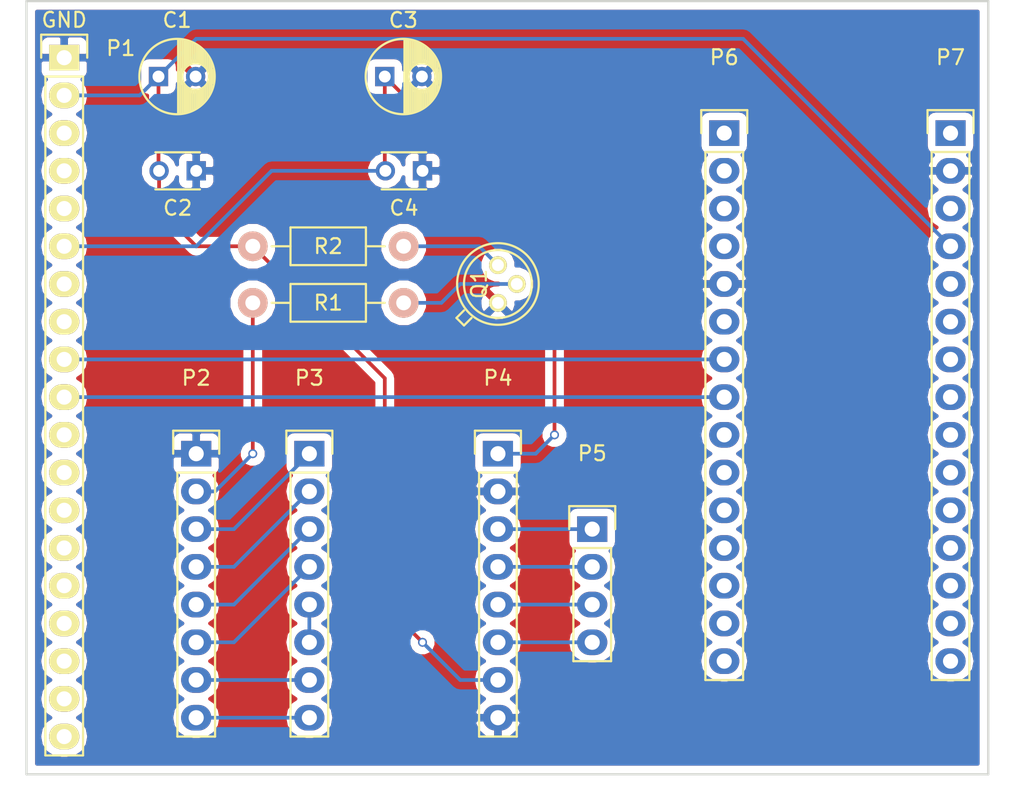
<source format=kicad_pcb>
(kicad_pcb (version 4) (host pcbnew 4.0.4+e1-6308~48~ubuntu16.04.1-stable)

  (general
    (links 34)
    (no_connects 0)
    (area 79.934999 83.744999 144.855001 135.965001)
    (thickness 1.6)
    (drawings 4)
    (tracks 52)
    (zones 0)
    (modules 14)
    (nets 59)
  )

  (page A4)
  (layers
    (0 F.Cu signal)
    (31 B.Cu signal)
    (32 B.Adhes user)
    (33 F.Adhes user)
    (34 B.Paste user)
    (35 F.Paste user)
    (36 B.SilkS user)
    (37 F.SilkS user)
    (38 B.Mask user)
    (39 F.Mask user)
    (40 Dwgs.User user)
    (41 Cmts.User user)
    (42 Eco1.User user)
    (43 Eco2.User user)
    (44 Edge.Cuts user)
    (45 Margin user)
    (46 B.CrtYd user)
    (47 F.CrtYd user)
    (48 B.Fab user)
    (49 F.Fab user)
  )

  (setup
    (last_trace_width 0.25)
    (trace_clearance 0.2)
    (zone_clearance 0.508)
    (zone_45_only no)
    (trace_min 0.2)
    (segment_width 0.2)
    (edge_width 0.15)
    (via_size 0.6)
    (via_drill 0.4)
    (via_min_size 0.4)
    (via_min_drill 0.3)
    (uvia_size 0.3)
    (uvia_drill 0.1)
    (uvias_allowed no)
    (uvia_min_size 0.2)
    (uvia_min_drill 0.1)
    (pcb_text_width 0.3)
    (pcb_text_size 1.5 1.5)
    (mod_edge_width 0.15)
    (mod_text_size 1 1)
    (mod_text_width 0.15)
    (pad_size 1.524 1.524)
    (pad_drill 0.762)
    (pad_to_mask_clearance 0.2)
    (aux_axis_origin 0 0)
    (visible_elements FFFFFF7F)
    (pcbplotparams
      (layerselection 0x00030_80000001)
      (usegerberextensions false)
      (excludeedgelayer true)
      (linewidth 0.100000)
      (plotframeref false)
      (viasonmask false)
      (mode 1)
      (useauxorigin false)
      (hpglpennumber 1)
      (hpglpenspeed 20)
      (hpglpendiameter 15)
      (hpglpenoverlay 2)
      (psnegative false)
      (psa4output false)
      (plotreference true)
      (plotvalue true)
      (plotinvisibletext false)
      (padsonsilk false)
      (subtractmaskfromsilk false)
      (outputformat 1)
      (mirror false)
      (drillshape 1)
      (scaleselection 1)
      (outputdirectory ""))
  )

  (net 0 "")
  (net 1 "Net-(C1-Pad1)")
  (net 2 GND)
  (net 3 "Net-(C3-Pad1)")
  (net 4 "Net-(P1-Pad3)")
  (net 5 "Net-(P1-Pad4)")
  (net 6 "Net-(P1-Pad5)")
  (net 7 "Net-(P1-Pad7)")
  (net 8 "Net-(P1-Pad8)")
  (net 9 "Net-(P1-Pad9)")
  (net 10 "Net-(P1-Pad10)")
  (net 11 "Net-(P1-Pad11)")
  (net 12 "Net-(P1-Pad12)")
  (net 13 "Net-(P1-Pad13)")
  (net 14 "Net-(P1-Pad14)")
  (net 15 "Net-(P1-Pad15)")
  (net 16 "Net-(P1-Pad16)")
  (net 17 "Net-(P1-Pad17)")
  (net 18 "Net-(P1-Pad18)")
  (net 19 "Net-(P1-Pad19)")
  (net 20 "Net-(P2-Pad2)")
  (net 21 "Net-(P2-Pad3)")
  (net 22 "Net-(P2-Pad4)")
  (net 23 "Net-(P2-Pad5)")
  (net 24 "Net-(P2-Pad6)")
  (net 25 "Net-(P2-Pad7)")
  (net 26 "Net-(P2-Pad8)")
  (net 27 "Net-(P3-Pad5)")
  (net 28 "Net-(P4-Pad3)")
  (net 29 "Net-(P4-Pad4)")
  (net 30 "Net-(P4-Pad5)")
  (net 31 "Net-(P4-Pad6)")
  (net 32 "Net-(P6-Pad1)")
  (net 33 "Net-(P6-Pad2)")
  (net 34 "Net-(P6-Pad3)")
  (net 35 "Net-(P6-Pad4)")
  (net 36 "Net-(P6-Pad6)")
  (net 37 "Net-(P6-Pad9)")
  (net 38 "Net-(P6-Pad10)")
  (net 39 "Net-(P6-Pad11)")
  (net 40 "Net-(P6-Pad12)")
  (net 41 "Net-(P6-Pad13)")
  (net 42 "Net-(P6-Pad14)")
  (net 43 "Net-(P6-Pad15)")
  (net 44 "Net-(P7-Pad1)")
  (net 45 "Net-(P7-Pad3)")
  (net 46 "Net-(P7-Pad5)")
  (net 47 "Net-(P7-Pad6)")
  (net 48 "Net-(P7-Pad7)")
  (net 49 "Net-(P7-Pad8)")
  (net 50 "Net-(P7-Pad9)")
  (net 51 "Net-(P7-Pad10)")
  (net 52 "Net-(P7-Pad11)")
  (net 53 "Net-(P7-Pad12)")
  (net 54 "Net-(P7-Pad13)")
  (net 55 "Net-(P7-Pad14)")
  (net 56 "Net-(P7-Pad15)")
  (net 57 "Net-(Q1-Pad2)")
  (net 58 "Net-(Q1-Pad3)")

  (net_class Default "This is the default net class."
    (clearance 0.2)
    (trace_width 0.25)
    (via_dia 0.6)
    (via_drill 0.4)
    (uvia_dia 0.3)
    (uvia_drill 0.1)
    (add_net GND)
    (add_net "Net-(C1-Pad1)")
    (add_net "Net-(C3-Pad1)")
    (add_net "Net-(P1-Pad10)")
    (add_net "Net-(P1-Pad11)")
    (add_net "Net-(P1-Pad12)")
    (add_net "Net-(P1-Pad13)")
    (add_net "Net-(P1-Pad14)")
    (add_net "Net-(P1-Pad15)")
    (add_net "Net-(P1-Pad16)")
    (add_net "Net-(P1-Pad17)")
    (add_net "Net-(P1-Pad18)")
    (add_net "Net-(P1-Pad19)")
    (add_net "Net-(P1-Pad3)")
    (add_net "Net-(P1-Pad4)")
    (add_net "Net-(P1-Pad5)")
    (add_net "Net-(P1-Pad7)")
    (add_net "Net-(P1-Pad8)")
    (add_net "Net-(P1-Pad9)")
    (add_net "Net-(P2-Pad2)")
    (add_net "Net-(P2-Pad3)")
    (add_net "Net-(P2-Pad4)")
    (add_net "Net-(P2-Pad5)")
    (add_net "Net-(P2-Pad6)")
    (add_net "Net-(P2-Pad7)")
    (add_net "Net-(P2-Pad8)")
    (add_net "Net-(P3-Pad5)")
    (add_net "Net-(P4-Pad3)")
    (add_net "Net-(P4-Pad4)")
    (add_net "Net-(P4-Pad5)")
    (add_net "Net-(P4-Pad6)")
    (add_net "Net-(P6-Pad1)")
    (add_net "Net-(P6-Pad10)")
    (add_net "Net-(P6-Pad11)")
    (add_net "Net-(P6-Pad12)")
    (add_net "Net-(P6-Pad13)")
    (add_net "Net-(P6-Pad14)")
    (add_net "Net-(P6-Pad15)")
    (add_net "Net-(P6-Pad2)")
    (add_net "Net-(P6-Pad3)")
    (add_net "Net-(P6-Pad4)")
    (add_net "Net-(P6-Pad6)")
    (add_net "Net-(P6-Pad9)")
    (add_net "Net-(P7-Pad1)")
    (add_net "Net-(P7-Pad10)")
    (add_net "Net-(P7-Pad11)")
    (add_net "Net-(P7-Pad12)")
    (add_net "Net-(P7-Pad13)")
    (add_net "Net-(P7-Pad14)")
    (add_net "Net-(P7-Pad15)")
    (add_net "Net-(P7-Pad3)")
    (add_net "Net-(P7-Pad5)")
    (add_net "Net-(P7-Pad6)")
    (add_net "Net-(P7-Pad7)")
    (add_net "Net-(P7-Pad8)")
    (add_net "Net-(P7-Pad9)")
    (add_net "Net-(Q1-Pad2)")
    (add_net "Net-(Q1-Pad3)")
  )

  (module Echopen:C_small_TH_echopen (layer F.Cu) (tedit 58406A4B) (tstamp 585A9CA5)
    (at 106.68 95.25 180)
    (descr "Capacitor 3mm Disc, Pitch 2.5mm")
    (tags Capacitor)
    (path /585A7F7C)
    (attr smd)
    (fp_text reference C4 (at 1.25 -2.5 180) (layer F.SilkS)
      (effects (font (size 1 1) (thickness 0.15)))
    )
    (fp_text value 100n (at 1.25 2.5 180) (layer F.Fab)
      (effects (font (size 1 1) (thickness 0.15)))
    )
    (fp_line (start -0.9 -1.5) (end 3.4 -1.5) (layer F.CrtYd) (width 0.05))
    (fp_line (start 3.4 -1.5) (end 3.4 1.5) (layer F.CrtYd) (width 0.05))
    (fp_line (start 3.4 1.5) (end -0.9 1.5) (layer F.CrtYd) (width 0.05))
    (fp_line (start -0.9 1.5) (end -0.9 -1.5) (layer F.CrtYd) (width 0.05))
    (fp_line (start -0.25 -1.25) (end 2.75 -1.25) (layer F.SilkS) (width 0.15))
    (fp_line (start 2.75 1.25) (end -0.25 1.25) (layer F.SilkS) (width 0.15))
    (pad 1 thru_hole rect (at 0 0 180) (size 1.3 1.3) (drill 0.8) (layers *.Cu *.Mask)
      (net 2 GND))
    (pad 2 thru_hole circle (at 2.5 0 180) (size 1.3 1.3) (drill 0.8001) (layers *.Cu *.Mask)
      (net 3 "Net-(C3-Pad1)"))
    (model Capacitors_ThroughHole.3dshapes/C_Disc_D3_P2.5.wrl
      (at (xyz 0.049213 0 0))
      (scale (xyz 1 1 1))
      (rotate (xyz 0 0 0))
    )
  )

  (module Echopen:Resistor_TH_common (layer F.Cu) (tedit 580DD939) (tstamp 585A96E9)
    (at 105.41 100.33 180)
    (descr "Resistor, Axial,  RM 10mm, 1/3W")
    (tags "Resistor Axial RM 10mm 1/3W")
    (path /585A85BB)
    (attr smd)
    (fp_text reference R2 (at 5.08 0 180) (layer F.SilkS)
      (effects (font (size 1 1) (thickness 0.15)))
    )
    (fp_text value 33k (at 5.08 1.905 180) (layer F.Fab)
      (effects (font (size 1 1) (thickness 0.15)))
    )
    (fp_line (start -1.25 -1.5) (end 11.4 -1.5) (layer F.CrtYd) (width 0.05))
    (fp_line (start -1.25 1.5) (end -1.25 -1.5) (layer F.CrtYd) (width 0.05))
    (fp_line (start 11.4 -1.5) (end 11.4 1.5) (layer F.CrtYd) (width 0.05))
    (fp_line (start -1.25 1.5) (end 11.4 1.5) (layer F.CrtYd) (width 0.05))
    (fp_line (start 2.54 -1.27) (end 7.62 -1.27) (layer F.SilkS) (width 0.15))
    (fp_line (start 7.62 -1.27) (end 7.62 1.27) (layer F.SilkS) (width 0.15))
    (fp_line (start 7.62 1.27) (end 2.54 1.27) (layer F.SilkS) (width 0.15))
    (fp_line (start 2.54 1.27) (end 2.54 -1.27) (layer F.SilkS) (width 0.15))
    (fp_line (start 2.54 0) (end 1.27 0) (layer F.SilkS) (width 0.15))
    (fp_line (start 7.62 0) (end 8.89 0) (layer F.SilkS) (width 0.15))
    (pad 1 thru_hole circle (at 0 0 180) (size 1.99898 1.99898) (drill 1.00076) (layers *.Cu *.SilkS *.Mask)
      (net 58 "Net-(Q1-Pad3)"))
    (pad 2 thru_hole circle (at 10.16 0 180) (size 1.99898 1.99898) (drill 1.00076) (layers *.Cu *.SilkS *.Mask)
      (net 1 "Net-(C1-Pad1)"))
    (model Resistors_ThroughHole.3dshapes/Resistor_Horizontal_RM10mm.wrl
      (at (xyz 0.2 0 0))
      (scale (xyz 0.4 0.4 0.4))
      (rotate (xyz 0 0 0))
    )
  )

  (module Echopen:Resistor_TH_common (layer F.Cu) (tedit 580DD939) (tstamp 585A96D9)
    (at 105.41 104.14 180)
    (descr "Resistor, Axial,  RM 10mm, 1/3W")
    (tags "Resistor Axial RM 10mm 1/3W")
    (path /585A8455)
    (attr smd)
    (fp_text reference R1 (at 5.08 0 180) (layer F.SilkS)
      (effects (font (size 1 1) (thickness 0.15)))
    )
    (fp_text value 1k (at 5.08 1.905 180) (layer F.Fab)
      (effects (font (size 1 1) (thickness 0.15)))
    )
    (fp_line (start -1.25 -1.5) (end 11.4 -1.5) (layer F.CrtYd) (width 0.05))
    (fp_line (start -1.25 1.5) (end -1.25 -1.5) (layer F.CrtYd) (width 0.05))
    (fp_line (start 11.4 -1.5) (end 11.4 1.5) (layer F.CrtYd) (width 0.05))
    (fp_line (start -1.25 1.5) (end 11.4 1.5) (layer F.CrtYd) (width 0.05))
    (fp_line (start 2.54 -1.27) (end 7.62 -1.27) (layer F.SilkS) (width 0.15))
    (fp_line (start 7.62 -1.27) (end 7.62 1.27) (layer F.SilkS) (width 0.15))
    (fp_line (start 7.62 1.27) (end 2.54 1.27) (layer F.SilkS) (width 0.15))
    (fp_line (start 2.54 1.27) (end 2.54 -1.27) (layer F.SilkS) (width 0.15))
    (fp_line (start 2.54 0) (end 1.27 0) (layer F.SilkS) (width 0.15))
    (fp_line (start 7.62 0) (end 8.89 0) (layer F.SilkS) (width 0.15))
    (pad 1 thru_hole circle (at 0 0 180) (size 1.99898 1.99898) (drill 1.00076) (layers *.Cu *.SilkS *.Mask)
      (net 57 "Net-(Q1-Pad2)"))
    (pad 2 thru_hole circle (at 10.16 0 180) (size 1.99898 1.99898) (drill 1.00076) (layers *.Cu *.SilkS *.Mask)
      (net 20 "Net-(P2-Pad2)"))
    (model Resistors_ThroughHole.3dshapes/Resistor_Horizontal_RM10mm.wrl
      (at (xyz 0.2 0 0))
      (scale (xyz 0.4 0.4 0.4))
      (rotate (xyz 0 0 0))
    )
  )

  (module Echopen:TO-18_TH_common (layer F.Cu) (tedit 580DD979) (tstamp 585A96C9)
    (at 111.76 102.87 270)
    (descr "TO-18, 3Pin,")
    (tags "TO-18, 3Pin,")
    (path /585A8503)
    (attr smd)
    (fp_text reference Q1 (at 0 1.27 270) (layer F.SilkS)
      (effects (font (size 1 1) (thickness 0.15)))
    )
    (fp_text value 2N2222 (at 0 3.175 270) (layer F.Fab)
      (effects (font (size 1 1) (thickness 0.15)))
    )
    (fp_line (start 2.794 2.286) (end 2.286 1.778) (layer F.SilkS) (width 0.15))
    (fp_line (start 1.778 2.286) (end 2.286 2.794) (layer F.SilkS) (width 0.15))
    (fp_line (start 2.286 2.794) (end 2.794 2.286) (layer F.SilkS) (width 0.15))
    (fp_circle (center 0 0) (end 2.286 0) (layer F.SilkS) (width 0.15))
    (fp_circle (center 0 0) (end 2.75 0) (layer F.SilkS) (width 0.15))
    (pad 1 thru_hole circle (at 1.27 0 270) (size 1.2 1.2) (drill 0.8) (layers *.Cu *.Mask F.SilkS)
      (net 2 GND))
    (pad 2 thru_hole circle (at 0 -1.27 270) (size 1.2 1.2) (drill 0.8) (layers *.Cu *.Mask F.SilkS)
      (net 57 "Net-(Q1-Pad2)"))
    (pad 3 thru_hole circle (at -1.27 0 270) (size 1.2 1.2) (drill 0.8) (layers *.Cu *.Mask F.SilkS)
      (net 58 "Net-(Q1-Pad3)"))
    (model TO_SOT_Packages_THT.3dshapes/TO-18_3Pin.wrl
      (at (xyz 0 0 0))
      (scale (xyz 0.3937 0.3937 0.3937))
      (rotate (xyz 0 0 0))
    )
  )

  (module Echopen:Pin_Header_Straight_1x15 (layer F.Cu) (tedit 0) (tstamp 585A96BD)
    (at 142.24 92.71)
    (descr "Through hole pin header")
    (tags "pin header")
    (path /585A81E2)
    (attr smd)
    (fp_text reference P7 (at 0 -5.1) (layer F.SilkS)
      (effects (font (size 1 1) (thickness 0.15)))
    )
    (fp_text value CONN_01X15 (at 0 -3.1) (layer F.Fab)
      (effects (font (size 1 1) (thickness 0.15)))
    )
    (fp_line (start -1.75 -1.75) (end -1.75 37.35) (layer F.CrtYd) (width 0.05))
    (fp_line (start 1.75 -1.75) (end 1.75 37.35) (layer F.CrtYd) (width 0.05))
    (fp_line (start -1.75 -1.75) (end 1.75 -1.75) (layer F.CrtYd) (width 0.05))
    (fp_line (start -1.75 37.35) (end 1.75 37.35) (layer F.CrtYd) (width 0.05))
    (fp_line (start -1.27 1.27) (end -1.27 36.83) (layer F.SilkS) (width 0.15))
    (fp_line (start -1.27 36.83) (end 1.27 36.83) (layer F.SilkS) (width 0.15))
    (fp_line (start 1.27 36.83) (end 1.27 1.27) (layer F.SilkS) (width 0.15))
    (fp_line (start 1.55 -1.55) (end 1.55 0) (layer F.SilkS) (width 0.15))
    (fp_line (start 1.27 1.27) (end -1.27 1.27) (layer F.SilkS) (width 0.15))
    (fp_line (start -1.55 0) (end -1.55 -1.55) (layer F.SilkS) (width 0.15))
    (fp_line (start -1.55 -1.55) (end 1.55 -1.55) (layer F.SilkS) (width 0.15))
    (pad 1 thru_hole rect (at 0 0) (size 2.032 1.7272) (drill 1.016) (layers *.Cu *.Mask)
      (net 44 "Net-(P7-Pad1)"))
    (pad 2 thru_hole oval (at 0 2.54) (size 2.032 1.7272) (drill 1.016) (layers *.Cu *.Mask)
      (net 2 GND))
    (pad 3 thru_hole oval (at 0 5.08) (size 2.032 1.7272) (drill 1.016) (layers *.Cu *.Mask)
      (net 45 "Net-(P7-Pad3)"))
    (pad 4 thru_hole oval (at 0 7.62) (size 2.032 1.7272) (drill 1.016) (layers *.Cu *.Mask)
      (net 1 "Net-(C1-Pad1)"))
    (pad 5 thru_hole oval (at 0 10.16) (size 2.032 1.7272) (drill 1.016) (layers *.Cu *.Mask)
      (net 46 "Net-(P7-Pad5)"))
    (pad 6 thru_hole oval (at 0 12.7) (size 2.032 1.7272) (drill 1.016) (layers *.Cu *.Mask)
      (net 47 "Net-(P7-Pad6)"))
    (pad 7 thru_hole oval (at 0 15.24) (size 2.032 1.7272) (drill 1.016) (layers *.Cu *.Mask)
      (net 48 "Net-(P7-Pad7)"))
    (pad 8 thru_hole oval (at 0 17.78) (size 2.032 1.7272) (drill 1.016) (layers *.Cu *.Mask)
      (net 49 "Net-(P7-Pad8)"))
    (pad 9 thru_hole oval (at 0 20.32) (size 2.032 1.7272) (drill 1.016) (layers *.Cu *.Mask)
      (net 50 "Net-(P7-Pad9)"))
    (pad 10 thru_hole oval (at 0 22.86) (size 2.032 1.7272) (drill 1.016) (layers *.Cu *.Mask)
      (net 51 "Net-(P7-Pad10)"))
    (pad 11 thru_hole oval (at 0 25.4) (size 2.032 1.7272) (drill 1.016) (layers *.Cu *.Mask)
      (net 52 "Net-(P7-Pad11)"))
    (pad 12 thru_hole oval (at 0 27.94) (size 2.032 1.7272) (drill 1.016) (layers *.Cu *.Mask)
      (net 53 "Net-(P7-Pad12)"))
    (pad 13 thru_hole oval (at 0 30.48) (size 2.032 1.7272) (drill 1.016) (layers *.Cu *.Mask)
      (net 54 "Net-(P7-Pad13)"))
    (pad 14 thru_hole oval (at 0 33.02) (size 2.032 1.7272) (drill 1.016) (layers *.Cu *.Mask)
      (net 55 "Net-(P7-Pad14)"))
    (pad 15 thru_hole oval (at 0 35.56) (size 2.032 1.7272) (drill 1.016) (layers *.Cu *.Mask)
      (net 56 "Net-(P7-Pad15)"))
    (model Socket_Strips.3dshapes/Socket_Strip_Straight_1x15.wrl
      (at (xyz 0 -0.7 0))
      (scale (xyz 1 1 1))
      (rotate (xyz 0 0 90))
    )
  )

  (module Echopen:Pin_Header_Straight_1x15 (layer F.Cu) (tedit 0) (tstamp 585A969F)
    (at 127 92.71)
    (descr "Through hole pin header")
    (tags "pin header")
    (path /585A818D)
    (attr smd)
    (fp_text reference P6 (at 0 -5.1) (layer F.SilkS)
      (effects (font (size 1 1) (thickness 0.15)))
    )
    (fp_text value CONN_01X15 (at 0 -3.1) (layer F.Fab)
      (effects (font (size 1 1) (thickness 0.15)))
    )
    (fp_line (start -1.75 -1.75) (end -1.75 37.35) (layer F.CrtYd) (width 0.05))
    (fp_line (start 1.75 -1.75) (end 1.75 37.35) (layer F.CrtYd) (width 0.05))
    (fp_line (start -1.75 -1.75) (end 1.75 -1.75) (layer F.CrtYd) (width 0.05))
    (fp_line (start -1.75 37.35) (end 1.75 37.35) (layer F.CrtYd) (width 0.05))
    (fp_line (start -1.27 1.27) (end -1.27 36.83) (layer F.SilkS) (width 0.15))
    (fp_line (start -1.27 36.83) (end 1.27 36.83) (layer F.SilkS) (width 0.15))
    (fp_line (start 1.27 36.83) (end 1.27 1.27) (layer F.SilkS) (width 0.15))
    (fp_line (start 1.55 -1.55) (end 1.55 0) (layer F.SilkS) (width 0.15))
    (fp_line (start 1.27 1.27) (end -1.27 1.27) (layer F.SilkS) (width 0.15))
    (fp_line (start -1.55 0) (end -1.55 -1.55) (layer F.SilkS) (width 0.15))
    (fp_line (start -1.55 -1.55) (end 1.55 -1.55) (layer F.SilkS) (width 0.15))
    (pad 1 thru_hole rect (at 0 0) (size 2.032 1.7272) (drill 1.016) (layers *.Cu *.Mask)
      (net 32 "Net-(P6-Pad1)"))
    (pad 2 thru_hole oval (at 0 2.54) (size 2.032 1.7272) (drill 1.016) (layers *.Cu *.Mask)
      (net 33 "Net-(P6-Pad2)"))
    (pad 3 thru_hole oval (at 0 5.08) (size 2.032 1.7272) (drill 1.016) (layers *.Cu *.Mask)
      (net 34 "Net-(P6-Pad3)"))
    (pad 4 thru_hole oval (at 0 7.62) (size 2.032 1.7272) (drill 1.016) (layers *.Cu *.Mask)
      (net 35 "Net-(P6-Pad4)"))
    (pad 5 thru_hole oval (at 0 10.16) (size 2.032 1.7272) (drill 1.016) (layers *.Cu *.Mask)
      (net 2 GND))
    (pad 6 thru_hole oval (at 0 12.7) (size 2.032 1.7272) (drill 1.016) (layers *.Cu *.Mask)
      (net 36 "Net-(P6-Pad6)"))
    (pad 7 thru_hole oval (at 0 15.24) (size 2.032 1.7272) (drill 1.016) (layers *.Cu *.Mask)
      (net 9 "Net-(P1-Pad9)"))
    (pad 8 thru_hole oval (at 0 17.78) (size 2.032 1.7272) (drill 1.016) (layers *.Cu *.Mask)
      (net 10 "Net-(P1-Pad10)"))
    (pad 9 thru_hole oval (at 0 20.32) (size 2.032 1.7272) (drill 1.016) (layers *.Cu *.Mask)
      (net 37 "Net-(P6-Pad9)"))
    (pad 10 thru_hole oval (at 0 22.86) (size 2.032 1.7272) (drill 1.016) (layers *.Cu *.Mask)
      (net 38 "Net-(P6-Pad10)"))
    (pad 11 thru_hole oval (at 0 25.4) (size 2.032 1.7272) (drill 1.016) (layers *.Cu *.Mask)
      (net 39 "Net-(P6-Pad11)"))
    (pad 12 thru_hole oval (at 0 27.94) (size 2.032 1.7272) (drill 1.016) (layers *.Cu *.Mask)
      (net 40 "Net-(P6-Pad12)"))
    (pad 13 thru_hole oval (at 0 30.48) (size 2.032 1.7272) (drill 1.016) (layers *.Cu *.Mask)
      (net 41 "Net-(P6-Pad13)"))
    (pad 14 thru_hole oval (at 0 33.02) (size 2.032 1.7272) (drill 1.016) (layers *.Cu *.Mask)
      (net 42 "Net-(P6-Pad14)"))
    (pad 15 thru_hole oval (at 0 35.56) (size 2.032 1.7272) (drill 1.016) (layers *.Cu *.Mask)
      (net 43 "Net-(P6-Pad15)"))
    (model Socket_Strips.3dshapes/Socket_Strip_Straight_1x15.wrl
      (at (xyz 0 -0.7 0))
      (scale (xyz 1 1 1))
      (rotate (xyz 0 0 90))
    )
  )

  (module Echopen:Pin_Header_Straight_1x04 (layer F.Cu) (tedit 0) (tstamp 585A9681)
    (at 118.11 119.38)
    (descr "Through hole pin header")
    (tags "pin header")
    (path /585A7A9E)
    (attr smd)
    (fp_text reference P5 (at 0 -5.1) (layer F.SilkS)
      (effects (font (size 1 1) (thickness 0.15)))
    )
    (fp_text value CONN_01X04 (at 0 -3.1) (layer F.Fab)
      (effects (font (size 1 1) (thickness 0.15)))
    )
    (fp_line (start -1.75 -1.75) (end -1.75 9.4) (layer F.CrtYd) (width 0.05))
    (fp_line (start 1.75 -1.75) (end 1.75 9.4) (layer F.CrtYd) (width 0.05))
    (fp_line (start -1.75 -1.75) (end 1.75 -1.75) (layer F.CrtYd) (width 0.05))
    (fp_line (start -1.75 9.4) (end 1.75 9.4) (layer F.CrtYd) (width 0.05))
    (fp_line (start -1.27 1.27) (end -1.27 8.89) (layer F.SilkS) (width 0.15))
    (fp_line (start 1.27 1.27) (end 1.27 8.89) (layer F.SilkS) (width 0.15))
    (fp_line (start 1.55 -1.55) (end 1.55 0) (layer F.SilkS) (width 0.15))
    (fp_line (start -1.27 8.89) (end 1.27 8.89) (layer F.SilkS) (width 0.15))
    (fp_line (start 1.27 1.27) (end -1.27 1.27) (layer F.SilkS) (width 0.15))
    (fp_line (start -1.55 0) (end -1.55 -1.55) (layer F.SilkS) (width 0.15))
    (fp_line (start -1.55 -1.55) (end 1.55 -1.55) (layer F.SilkS) (width 0.15))
    (pad 1 thru_hole rect (at 0 0) (size 2.032 1.7272) (drill 1.016) (layers *.Cu *.Mask)
      (net 28 "Net-(P4-Pad3)"))
    (pad 2 thru_hole oval (at 0 2.54) (size 2.032 1.7272) (drill 1.016) (layers *.Cu *.Mask)
      (net 29 "Net-(P4-Pad4)"))
    (pad 3 thru_hole oval (at 0 5.08) (size 2.032 1.7272) (drill 1.016) (layers *.Cu *.Mask)
      (net 30 "Net-(P4-Pad5)"))
    (pad 4 thru_hole oval (at 0 7.62) (size 2.032 1.7272) (drill 1.016) (layers *.Cu *.Mask)
      (net 31 "Net-(P4-Pad6)"))
    (model Socket_Strips.3dshapes/Socket_Strip_Straight_1x04.wrl
      (at (xyz 0 -0.15 0))
      (scale (xyz 1 1 1))
      (rotate (xyz 0 0 90))
    )
  )

  (module Echopen:Pin_Header_Straight_1x08 (layer F.Cu) (tedit 0) (tstamp 585A966E)
    (at 111.76 114.3)
    (descr "Through hole pin header")
    (tags "pin header")
    (path /585A78FF)
    (attr smd)
    (fp_text reference P4 (at 0 -5.1) (layer F.SilkS)
      (effects (font (size 1 1) (thickness 0.15)))
    )
    (fp_text value CONN_01X08 (at 0 -3.1) (layer F.Fab)
      (effects (font (size 1 1) (thickness 0.15)))
    )
    (fp_line (start -1.75 -1.75) (end -1.75 19.55) (layer F.CrtYd) (width 0.05))
    (fp_line (start 1.75 -1.75) (end 1.75 19.55) (layer F.CrtYd) (width 0.05))
    (fp_line (start -1.75 -1.75) (end 1.75 -1.75) (layer F.CrtYd) (width 0.05))
    (fp_line (start -1.75 19.55) (end 1.75 19.55) (layer F.CrtYd) (width 0.05))
    (fp_line (start 1.27 1.27) (end 1.27 19.05) (layer F.SilkS) (width 0.15))
    (fp_line (start 1.27 19.05) (end -1.27 19.05) (layer F.SilkS) (width 0.15))
    (fp_line (start -1.27 19.05) (end -1.27 1.27) (layer F.SilkS) (width 0.15))
    (fp_line (start 1.55 -1.55) (end 1.55 0) (layer F.SilkS) (width 0.15))
    (fp_line (start 1.27 1.27) (end -1.27 1.27) (layer F.SilkS) (width 0.15))
    (fp_line (start -1.55 0) (end -1.55 -1.55) (layer F.SilkS) (width 0.15))
    (fp_line (start -1.55 -1.55) (end 1.55 -1.55) (layer F.SilkS) (width 0.15))
    (pad 1 thru_hole rect (at 0 0) (size 2.032 1.7272) (drill 1.016) (layers *.Cu *.Mask)
      (net 3 "Net-(C3-Pad1)"))
    (pad 2 thru_hole oval (at 0 2.54) (size 2.032 1.7272) (drill 1.016) (layers *.Cu *.Mask)
      (net 2 GND))
    (pad 3 thru_hole oval (at 0 5.08) (size 2.032 1.7272) (drill 1.016) (layers *.Cu *.Mask)
      (net 28 "Net-(P4-Pad3)"))
    (pad 4 thru_hole oval (at 0 7.62) (size 2.032 1.7272) (drill 1.016) (layers *.Cu *.Mask)
      (net 29 "Net-(P4-Pad4)"))
    (pad 5 thru_hole oval (at 0 10.16) (size 2.032 1.7272) (drill 1.016) (layers *.Cu *.Mask)
      (net 30 "Net-(P4-Pad5)"))
    (pad 6 thru_hole oval (at 0 12.7) (size 2.032 1.7272) (drill 1.016) (layers *.Cu *.Mask)
      (net 31 "Net-(P4-Pad6)"))
    (pad 7 thru_hole oval (at 0 15.24) (size 2.032 1.7272) (drill 1.016) (layers *.Cu *.Mask)
      (net 1 "Net-(C1-Pad1)"))
    (pad 8 thru_hole oval (at 0 17.78) (size 2.032 1.7272) (drill 1.016) (layers *.Cu *.Mask)
      (net 2 GND))
    (model Socket_Strips.3dshapes/Socket_Strip_Straight_1x08.wrl
      (at (xyz 0 -0.35 0))
      (scale (xyz 1 1 1))
      (rotate (xyz 0 0 90))
    )
  )

  (module Echopen:Pin_Header_Straight_1x08 (layer F.Cu) (tedit 0) (tstamp 585A9657)
    (at 99.06 114.3)
    (descr "Through hole pin header")
    (tags "pin header")
    (path /585A78B1)
    (attr smd)
    (fp_text reference P3 (at 0 -5.1) (layer F.SilkS)
      (effects (font (size 1 1) (thickness 0.15)))
    )
    (fp_text value CONN_01X08 (at 0 -3.1) (layer F.Fab)
      (effects (font (size 1 1) (thickness 0.15)))
    )
    (fp_line (start -1.75 -1.75) (end -1.75 19.55) (layer F.CrtYd) (width 0.05))
    (fp_line (start 1.75 -1.75) (end 1.75 19.55) (layer F.CrtYd) (width 0.05))
    (fp_line (start -1.75 -1.75) (end 1.75 -1.75) (layer F.CrtYd) (width 0.05))
    (fp_line (start -1.75 19.55) (end 1.75 19.55) (layer F.CrtYd) (width 0.05))
    (fp_line (start 1.27 1.27) (end 1.27 19.05) (layer F.SilkS) (width 0.15))
    (fp_line (start 1.27 19.05) (end -1.27 19.05) (layer F.SilkS) (width 0.15))
    (fp_line (start -1.27 19.05) (end -1.27 1.27) (layer F.SilkS) (width 0.15))
    (fp_line (start 1.55 -1.55) (end 1.55 0) (layer F.SilkS) (width 0.15))
    (fp_line (start 1.27 1.27) (end -1.27 1.27) (layer F.SilkS) (width 0.15))
    (fp_line (start -1.55 0) (end -1.55 -1.55) (layer F.SilkS) (width 0.15))
    (fp_line (start -1.55 -1.55) (end 1.55 -1.55) (layer F.SilkS) (width 0.15))
    (pad 1 thru_hole rect (at 0 0) (size 2.032 1.7272) (drill 1.016) (layers *.Cu *.Mask)
      (net 21 "Net-(P2-Pad3)"))
    (pad 2 thru_hole oval (at 0 2.54) (size 2.032 1.7272) (drill 1.016) (layers *.Cu *.Mask)
      (net 22 "Net-(P2-Pad4)"))
    (pad 3 thru_hole oval (at 0 5.08) (size 2.032 1.7272) (drill 1.016) (layers *.Cu *.Mask)
      (net 23 "Net-(P2-Pad5)"))
    (pad 4 thru_hole oval (at 0 7.62) (size 2.032 1.7272) (drill 1.016) (layers *.Cu *.Mask)
      (net 24 "Net-(P2-Pad6)"))
    (pad 5 thru_hole oval (at 0 10.16) (size 2.032 1.7272) (drill 1.016) (layers *.Cu *.Mask)
      (net 27 "Net-(P3-Pad5)"))
    (pad 6 thru_hole oval (at 0 12.7) (size 2.032 1.7272) (drill 1.016) (layers *.Cu *.Mask)
      (net 27 "Net-(P3-Pad5)"))
    (pad 7 thru_hole oval (at 0 15.24) (size 2.032 1.7272) (drill 1.016) (layers *.Cu *.Mask)
      (net 25 "Net-(P2-Pad7)"))
    (pad 8 thru_hole oval (at 0 17.78) (size 2.032 1.7272) (drill 1.016) (layers *.Cu *.Mask)
      (net 26 "Net-(P2-Pad8)"))
    (model Socket_Strips.3dshapes/Socket_Strip_Straight_1x08.wrl
      (at (xyz 0 -0.35 0))
      (scale (xyz 1 1 1))
      (rotate (xyz 0 0 90))
    )
  )

  (module Echopen:Pin_Header_Straight_1x08 (layer F.Cu) (tedit 0) (tstamp 585A9640)
    (at 91.44 114.3)
    (descr "Through hole pin header")
    (tags "pin header")
    (path /585A77FB)
    (attr smd)
    (fp_text reference P2 (at 0 -5.1) (layer F.SilkS)
      (effects (font (size 1 1) (thickness 0.15)))
    )
    (fp_text value CONN_01X08 (at 0 -3.1) (layer F.Fab)
      (effects (font (size 1 1) (thickness 0.15)))
    )
    (fp_line (start -1.75 -1.75) (end -1.75 19.55) (layer F.CrtYd) (width 0.05))
    (fp_line (start 1.75 -1.75) (end 1.75 19.55) (layer F.CrtYd) (width 0.05))
    (fp_line (start -1.75 -1.75) (end 1.75 -1.75) (layer F.CrtYd) (width 0.05))
    (fp_line (start -1.75 19.55) (end 1.75 19.55) (layer F.CrtYd) (width 0.05))
    (fp_line (start 1.27 1.27) (end 1.27 19.05) (layer F.SilkS) (width 0.15))
    (fp_line (start 1.27 19.05) (end -1.27 19.05) (layer F.SilkS) (width 0.15))
    (fp_line (start -1.27 19.05) (end -1.27 1.27) (layer F.SilkS) (width 0.15))
    (fp_line (start 1.55 -1.55) (end 1.55 0) (layer F.SilkS) (width 0.15))
    (fp_line (start 1.27 1.27) (end -1.27 1.27) (layer F.SilkS) (width 0.15))
    (fp_line (start -1.55 0) (end -1.55 -1.55) (layer F.SilkS) (width 0.15))
    (fp_line (start -1.55 -1.55) (end 1.55 -1.55) (layer F.SilkS) (width 0.15))
    (pad 1 thru_hole rect (at 0 0) (size 2.032 1.7272) (drill 1.016) (layers *.Cu *.Mask)
      (net 2 GND))
    (pad 2 thru_hole oval (at 0 2.54) (size 2.032 1.7272) (drill 1.016) (layers *.Cu *.Mask)
      (net 20 "Net-(P2-Pad2)"))
    (pad 3 thru_hole oval (at 0 5.08) (size 2.032 1.7272) (drill 1.016) (layers *.Cu *.Mask)
      (net 21 "Net-(P2-Pad3)"))
    (pad 4 thru_hole oval (at 0 7.62) (size 2.032 1.7272) (drill 1.016) (layers *.Cu *.Mask)
      (net 22 "Net-(P2-Pad4)"))
    (pad 5 thru_hole oval (at 0 10.16) (size 2.032 1.7272) (drill 1.016) (layers *.Cu *.Mask)
      (net 23 "Net-(P2-Pad5)"))
    (pad 6 thru_hole oval (at 0 12.7) (size 2.032 1.7272) (drill 1.016) (layers *.Cu *.Mask)
      (net 24 "Net-(P2-Pad6)"))
    (pad 7 thru_hole oval (at 0 15.24) (size 2.032 1.7272) (drill 1.016) (layers *.Cu *.Mask)
      (net 25 "Net-(P2-Pad7)"))
    (pad 8 thru_hole oval (at 0 17.78) (size 2.032 1.7272) (drill 1.016) (layers *.Cu *.Mask)
      (net 26 "Net-(P2-Pad8)"))
    (model Socket_Strips.3dshapes/Socket_Strip_Straight_1x08.wrl
      (at (xyz 0 -0.35 0))
      (scale (xyz 1 1 1))
      (rotate (xyz 0 0 90))
    )
  )

  (module Echopen:Header_pin_angled_1x19 (layer F.Cu) (tedit 580DDAA9) (tstamp 585A9629)
    (at 82.55 110.49)
    (descr "Through hole socket strip")
    (tags "socket strip")
    (path /585A5EA2)
    (attr smd)
    (fp_text reference P1 (at 3.81 -23.495) (layer F.SilkS)
      (effects (font (size 1 1) (thickness 0.15)))
    )
    (fp_text value CONN_01X19 (at 0.635 26.035) (layer F.Fab)
      (effects (font (size 1 1) (thickness 0.15)))
    )
    (fp_text user GND (at 0 -25.4) (layer F.SilkS)
      (effects (font (size 1 1) (thickness 0.15)))
    )
    (fp_line (start 1.75 -24.61) (end -1.75 -24.61) (layer F.CrtYd) (width 0.05))
    (fp_line (start 1.75 24.64) (end -1.75 24.64) (layer F.CrtYd) (width 0.05))
    (fp_line (start 1.75 -24.61) (end 1.75 24.64) (layer F.CrtYd) (width 0.05))
    (fp_line (start -1.75 -24.61) (end -1.75 24.64) (layer F.CrtYd) (width 0.05))
    (fp_line (start -1.27 -21.59) (end -1.27 24.13) (layer F.SilkS) (width 0.15))
    (fp_line (start -1.27 24.13) (end 1.27 24.13) (layer F.SilkS) (width 0.15))
    (fp_line (start 1.27 24.13) (end 1.27 -21.59) (layer F.SilkS) (width 0.15))
    (fp_line (start -1.55 -24.41) (end -1.55 -22.86) (layer F.SilkS) (width 0.15))
    (fp_line (start -1.27 -21.59) (end 1.27 -21.59) (layer F.SilkS) (width 0.15))
    (fp_line (start 1.55 -22.86) (end 1.55 -24.41) (layer F.SilkS) (width 0.15))
    (fp_line (start 1.55 -24.41) (end -1.55 -24.41) (layer F.SilkS) (width 0.15))
    (pad 1 thru_hole rect (at 0 -22.86 270) (size 1.7272 2.032) (drill 1.016) (layers *.Cu *.Mask F.SilkS)
      (net 2 GND))
    (pad 2 thru_hole oval (at 0 -20.32 270) (size 1.7272 2.032) (drill 1.016) (layers *.Cu *.Mask F.SilkS)
      (net 1 "Net-(C1-Pad1)"))
    (pad 3 thru_hole oval (at 0 -17.78 270) (size 1.7272 2.032) (drill 1.016) (layers *.Cu *.Mask F.SilkS)
      (net 4 "Net-(P1-Pad3)"))
    (pad 4 thru_hole oval (at 0 -15.24 270) (size 1.7272 2.032) (drill 1.016) (layers *.Cu *.Mask F.SilkS)
      (net 5 "Net-(P1-Pad4)"))
    (pad 5 thru_hole oval (at 0 -12.7 270) (size 1.7272 2.032) (drill 1.016) (layers *.Cu *.Mask F.SilkS)
      (net 6 "Net-(P1-Pad5)"))
    (pad 6 thru_hole oval (at 0 -10.16 270) (size 1.7272 2.032) (drill 1.016) (layers *.Cu *.Mask F.SilkS)
      (net 3 "Net-(C3-Pad1)"))
    (pad 7 thru_hole oval (at 0 -7.62 270) (size 1.7272 2.032) (drill 1.016) (layers *.Cu *.Mask F.SilkS)
      (net 7 "Net-(P1-Pad7)"))
    (pad 8 thru_hole oval (at 0 -5.08 270) (size 1.7272 2.032) (drill 1.016) (layers *.Cu *.Mask F.SilkS)
      (net 8 "Net-(P1-Pad8)"))
    (pad 9 thru_hole oval (at 0 -2.54 270) (size 1.7272 2.032) (drill 1.016) (layers *.Cu *.Mask F.SilkS)
      (net 9 "Net-(P1-Pad9)"))
    (pad 10 thru_hole oval (at 0 0 270) (size 1.7272 2.032) (drill 1.016) (layers *.Cu *.Mask F.SilkS)
      (net 10 "Net-(P1-Pad10)"))
    (pad 11 thru_hole oval (at 0 2.54 270) (size 1.7272 2.032) (drill 1.016) (layers *.Cu *.Mask F.SilkS)
      (net 11 "Net-(P1-Pad11)"))
    (pad 12 thru_hole oval (at 0 5.08 270) (size 1.7272 2.032) (drill 1.016) (layers *.Cu *.Mask F.SilkS)
      (net 12 "Net-(P1-Pad12)"))
    (pad 13 thru_hole oval (at 0 7.62 270) (size 1.7272 2.032) (drill 1.016) (layers *.Cu *.Mask F.SilkS)
      (net 13 "Net-(P1-Pad13)"))
    (pad 14 thru_hole oval (at 0 10.16 270) (size 1.7272 2.032) (drill 1.016) (layers *.Cu *.Mask F.SilkS)
      (net 14 "Net-(P1-Pad14)"))
    (pad 15 thru_hole oval (at 0 12.7 270) (size 1.7272 2.032) (drill 1.016) (layers *.Cu *.Mask F.SilkS)
      (net 15 "Net-(P1-Pad15)"))
    (pad 16 thru_hole oval (at 0 15.24 270) (size 1.7272 2.032) (drill 1.016) (layers *.Cu *.Mask F.SilkS)
      (net 16 "Net-(P1-Pad16)"))
    (pad 17 thru_hole oval (at 0 17.78 270) (size 1.7272 2.032) (drill 1.016) (layers *.Cu *.Mask F.SilkS)
      (net 17 "Net-(P1-Pad17)"))
    (pad 18 thru_hole oval (at 0 20.32 270) (size 1.7272 2.032) (drill 1.016) (layers *.Cu *.Mask F.SilkS)
      (net 18 "Net-(P1-Pad18)"))
    (pad 19 thru_hole oval (at 0 22.86 270) (size 1.7272 2.032) (drill 1.016) (layers *.Cu *.Mask F.SilkS)
      (net 19 "Net-(P1-Pad19)"))
    (model Pin_Headers.3dshapes/Pin_Header_Angled_1x19.wrl
      (at (xyz 0 0 0))
      (scale (xyz 1 1 1))
      (rotate (xyz 0 0 -90))
    )
  )

  (module Echopen:CP_small_TH_echopen (layer F.Cu) (tedit 584056D1) (tstamp 585A95DE)
    (at 104.14 88.9)
    (descr "Radial Electrolytic Capacitor Diameter 5mm x Length 6mm, Pitch 2.5mm")
    (tags "Electrolytic Capacitor")
    (path /585A7EE8)
    (attr smd)
    (fp_text reference C3 (at 1.25 -3.8) (layer F.SilkS)
      (effects (font (size 1 1) (thickness 0.15)))
    )
    (fp_text value 100u (at 1.25 3.8) (layer F.Fab)
      (effects (font (size 1 1) (thickness 0.15)))
    )
    (fp_line (start 1.325 -2.499) (end 1.325 2.499) (layer F.SilkS) (width 0.15))
    (fp_line (start 1.465 -2.491) (end 1.465 2.491) (layer F.SilkS) (width 0.15))
    (fp_line (start 1.605 -2.475) (end 1.605 -0.095) (layer F.SilkS) (width 0.15))
    (fp_line (start 1.605 0.095) (end 1.605 2.475) (layer F.SilkS) (width 0.15))
    (fp_line (start 1.745 -2.451) (end 1.745 -0.49) (layer F.SilkS) (width 0.15))
    (fp_line (start 1.745 0.49) (end 1.745 2.451) (layer F.SilkS) (width 0.15))
    (fp_line (start 1.885 -2.418) (end 1.885 -0.657) (layer F.SilkS) (width 0.15))
    (fp_line (start 1.885 0.657) (end 1.885 2.418) (layer F.SilkS) (width 0.15))
    (fp_line (start 2.025 -2.377) (end 2.025 -0.764) (layer F.SilkS) (width 0.15))
    (fp_line (start 2.025 0.764) (end 2.025 2.377) (layer F.SilkS) (width 0.15))
    (fp_line (start 2.165 -2.327) (end 2.165 -0.835) (layer F.SilkS) (width 0.15))
    (fp_line (start 2.165 0.835) (end 2.165 2.327) (layer F.SilkS) (width 0.15))
    (fp_line (start 2.305 -2.266) (end 2.305 -0.879) (layer F.SilkS) (width 0.15))
    (fp_line (start 2.305 0.879) (end 2.305 2.266) (layer F.SilkS) (width 0.15))
    (fp_line (start 2.445 -2.196) (end 2.445 -0.898) (layer F.SilkS) (width 0.15))
    (fp_line (start 2.445 0.898) (end 2.445 2.196) (layer F.SilkS) (width 0.15))
    (fp_line (start 2.585 -2.114) (end 2.585 -0.896) (layer F.SilkS) (width 0.15))
    (fp_line (start 2.585 0.896) (end 2.585 2.114) (layer F.SilkS) (width 0.15))
    (fp_line (start 2.725 -2.019) (end 2.725 -0.871) (layer F.SilkS) (width 0.15))
    (fp_line (start 2.725 0.871) (end 2.725 2.019) (layer F.SilkS) (width 0.15))
    (fp_line (start 2.865 -1.908) (end 2.865 -0.823) (layer F.SilkS) (width 0.15))
    (fp_line (start 2.865 0.823) (end 2.865 1.908) (layer F.SilkS) (width 0.15))
    (fp_line (start 3.005 -1.78) (end 3.005 -0.745) (layer F.SilkS) (width 0.15))
    (fp_line (start 3.005 0.745) (end 3.005 1.78) (layer F.SilkS) (width 0.15))
    (fp_line (start 3.145 -1.631) (end 3.145 -0.628) (layer F.SilkS) (width 0.15))
    (fp_line (start 3.145 0.628) (end 3.145 1.631) (layer F.SilkS) (width 0.15))
    (fp_line (start 3.285 -1.452) (end 3.285 -0.44) (layer F.SilkS) (width 0.15))
    (fp_line (start 3.285 0.44) (end 3.285 1.452) (layer F.SilkS) (width 0.15))
    (fp_line (start 3.425 -1.233) (end 3.425 1.233) (layer F.SilkS) (width 0.15))
    (fp_line (start 3.565 -0.944) (end 3.565 0.944) (layer F.SilkS) (width 0.15))
    (fp_line (start 3.705 -0.472) (end 3.705 0.472) (layer F.SilkS) (width 0.15))
    (fp_circle (center 2.5 0) (end 2.5 -0.9) (layer F.SilkS) (width 0.15))
    (fp_circle (center 1.25 0) (end 1.25 -2.5375) (layer F.SilkS) (width 0.15))
    (fp_circle (center 1.25 0) (end 1.25 -2.8) (layer F.CrtYd) (width 0.05))
    (pad 1 thru_hole rect (at 0 0) (size 1.3 1.3) (drill 0.8) (layers *.Cu *.Mask)
      (net 3 "Net-(C3-Pad1)"))
    (pad 2 thru_hole circle (at 2.5 0) (size 1.3 1.3) (drill 0.8) (layers *.Cu *.Mask)
      (net 2 GND))
    (model Capacitors_ThroughHole.3dshapes/C_Radial_D5_L6_P2.5.wrl
      (at (xyz 0.049213 0 0))
      (scale (xyz 1 1 1))
      (rotate (xyz 0 0 90))
    )
  )

  (module Echopen:C_small_TH_echopen (layer F.Cu) (tedit 58406A4B) (tstamp 585A95B6)
    (at 91.44 95.25 180)
    (descr "Capacitor 3mm Disc, Pitch 2.5mm")
    (tags Capacitor)
    (path /585A5FAE)
    (attr smd)
    (fp_text reference C2 (at 1.25 -2.5 180) (layer F.SilkS)
      (effects (font (size 1 1) (thickness 0.15)))
    )
    (fp_text value 100n (at 1.25 2.5 180) (layer F.Fab)
      (effects (font (size 1 1) (thickness 0.15)))
    )
    (fp_line (start -0.9 -1.5) (end 3.4 -1.5) (layer F.CrtYd) (width 0.05))
    (fp_line (start 3.4 -1.5) (end 3.4 1.5) (layer F.CrtYd) (width 0.05))
    (fp_line (start 3.4 1.5) (end -0.9 1.5) (layer F.CrtYd) (width 0.05))
    (fp_line (start -0.9 1.5) (end -0.9 -1.5) (layer F.CrtYd) (width 0.05))
    (fp_line (start -0.25 -1.25) (end 2.75 -1.25) (layer F.SilkS) (width 0.15))
    (fp_line (start 2.75 1.25) (end -0.25 1.25) (layer F.SilkS) (width 0.15))
    (pad 1 thru_hole rect (at 0 0 180) (size 1.3 1.3) (drill 0.8) (layers *.Cu *.Mask)
      (net 2 GND))
    (pad 2 thru_hole circle (at 2.5 0 180) (size 1.3 1.3) (drill 0.8001) (layers *.Cu *.Mask)
      (net 1 "Net-(C1-Pad1)"))
    (model Capacitors_ThroughHole.3dshapes/C_Disc_D3_P2.5.wrl
      (at (xyz 0.049213 0 0))
      (scale (xyz 1 1 1))
      (rotate (xyz 0 0 0))
    )
  )

  (module Echopen:CP_small_TH_echopen (layer F.Cu) (tedit 584056D1) (tstamp 585A95AA)
    (at 88.9 88.9)
    (descr "Radial Electrolytic Capacitor Diameter 5mm x Length 6mm, Pitch 2.5mm")
    (tags "Electrolytic Capacitor")
    (path /585A5F3A)
    (attr smd)
    (fp_text reference C1 (at 1.25 -3.8) (layer F.SilkS)
      (effects (font (size 1 1) (thickness 0.15)))
    )
    (fp_text value 10u (at 1.25 3.8) (layer F.Fab)
      (effects (font (size 1 1) (thickness 0.15)))
    )
    (fp_line (start 1.325 -2.499) (end 1.325 2.499) (layer F.SilkS) (width 0.15))
    (fp_line (start 1.465 -2.491) (end 1.465 2.491) (layer F.SilkS) (width 0.15))
    (fp_line (start 1.605 -2.475) (end 1.605 -0.095) (layer F.SilkS) (width 0.15))
    (fp_line (start 1.605 0.095) (end 1.605 2.475) (layer F.SilkS) (width 0.15))
    (fp_line (start 1.745 -2.451) (end 1.745 -0.49) (layer F.SilkS) (width 0.15))
    (fp_line (start 1.745 0.49) (end 1.745 2.451) (layer F.SilkS) (width 0.15))
    (fp_line (start 1.885 -2.418) (end 1.885 -0.657) (layer F.SilkS) (width 0.15))
    (fp_line (start 1.885 0.657) (end 1.885 2.418) (layer F.SilkS) (width 0.15))
    (fp_line (start 2.025 -2.377) (end 2.025 -0.764) (layer F.SilkS) (width 0.15))
    (fp_line (start 2.025 0.764) (end 2.025 2.377) (layer F.SilkS) (width 0.15))
    (fp_line (start 2.165 -2.327) (end 2.165 -0.835) (layer F.SilkS) (width 0.15))
    (fp_line (start 2.165 0.835) (end 2.165 2.327) (layer F.SilkS) (width 0.15))
    (fp_line (start 2.305 -2.266) (end 2.305 -0.879) (layer F.SilkS) (width 0.15))
    (fp_line (start 2.305 0.879) (end 2.305 2.266) (layer F.SilkS) (width 0.15))
    (fp_line (start 2.445 -2.196) (end 2.445 -0.898) (layer F.SilkS) (width 0.15))
    (fp_line (start 2.445 0.898) (end 2.445 2.196) (layer F.SilkS) (width 0.15))
    (fp_line (start 2.585 -2.114) (end 2.585 -0.896) (layer F.SilkS) (width 0.15))
    (fp_line (start 2.585 0.896) (end 2.585 2.114) (layer F.SilkS) (width 0.15))
    (fp_line (start 2.725 -2.019) (end 2.725 -0.871) (layer F.SilkS) (width 0.15))
    (fp_line (start 2.725 0.871) (end 2.725 2.019) (layer F.SilkS) (width 0.15))
    (fp_line (start 2.865 -1.908) (end 2.865 -0.823) (layer F.SilkS) (width 0.15))
    (fp_line (start 2.865 0.823) (end 2.865 1.908) (layer F.SilkS) (width 0.15))
    (fp_line (start 3.005 -1.78) (end 3.005 -0.745) (layer F.SilkS) (width 0.15))
    (fp_line (start 3.005 0.745) (end 3.005 1.78) (layer F.SilkS) (width 0.15))
    (fp_line (start 3.145 -1.631) (end 3.145 -0.628) (layer F.SilkS) (width 0.15))
    (fp_line (start 3.145 0.628) (end 3.145 1.631) (layer F.SilkS) (width 0.15))
    (fp_line (start 3.285 -1.452) (end 3.285 -0.44) (layer F.SilkS) (width 0.15))
    (fp_line (start 3.285 0.44) (end 3.285 1.452) (layer F.SilkS) (width 0.15))
    (fp_line (start 3.425 -1.233) (end 3.425 1.233) (layer F.SilkS) (width 0.15))
    (fp_line (start 3.565 -0.944) (end 3.565 0.944) (layer F.SilkS) (width 0.15))
    (fp_line (start 3.705 -0.472) (end 3.705 0.472) (layer F.SilkS) (width 0.15))
    (fp_circle (center 2.5 0) (end 2.5 -0.9) (layer F.SilkS) (width 0.15))
    (fp_circle (center 1.25 0) (end 1.25 -2.5375) (layer F.SilkS) (width 0.15))
    (fp_circle (center 1.25 0) (end 1.25 -2.8) (layer F.CrtYd) (width 0.05))
    (pad 1 thru_hole rect (at 0 0) (size 1.3 1.3) (drill 0.8) (layers *.Cu *.Mask)
      (net 1 "Net-(C1-Pad1)"))
    (pad 2 thru_hole circle (at 2.5 0) (size 1.3 1.3) (drill 0.8) (layers *.Cu *.Mask)
      (net 2 GND))
    (model Capacitors_ThroughHole.3dshapes/C_Radial_D5_L6_P2.5.wrl
      (at (xyz 0.049213 0 0))
      (scale (xyz 1 1 1))
      (rotate (xyz 0 0 90))
    )
  )

  (gr_line (start 144.78 135.89) (end 80.01 135.89) (angle 90) (layer Edge.Cuts) (width 0.15))
  (gr_line (start 144.78 83.82) (end 144.78 135.89) (angle 90) (layer Edge.Cuts) (width 0.15))
  (gr_line (start 80.01 83.82) (end 144.78 83.82) (angle 90) (layer Edge.Cuts) (width 0.15))
  (gr_line (start 80.01 135.89) (end 80.01 83.82) (angle 90) (layer Edge.Cuts) (width 0.15))

  (segment (start 111.76 129.54) (end 109.22 129.54) (width 0.25) (layer B.Cu) (net 1))
  (segment (start 104.14 109.22) (end 95.25 100.33) (width 0.25) (layer F.Cu) (net 1) (tstamp 585AA1D4))
  (segment (start 104.14 124.46) (end 104.14 109.22) (width 0.25) (layer F.Cu) (net 1) (tstamp 585AA1CF))
  (segment (start 106.68 127) (end 104.14 124.46) (width 0.25) (layer F.Cu) (net 1) (tstamp 585AA1CE))
  (via (at 106.68 127) (size 0.6) (drill 0.4) (layers F.Cu B.Cu) (net 1))
  (segment (start 109.22 129.54) (end 106.68 127) (width 0.25) (layer B.Cu) (net 1) (tstamp 585AA1C8))
  (segment (start 88.9 88.9) (end 91.44 86.36) (width 0.25) (layer B.Cu) (net 1))
  (segment (start 128.27 86.36) (end 142.24 100.33) (width 0.25) (layer B.Cu) (net 1) (tstamp 585AA168))
  (segment (start 91.44 86.36) (end 128.27 86.36) (width 0.25) (layer B.Cu) (net 1) (tstamp 585AA166))
  (segment (start 82.55 90.17) (end 87.63 90.17) (width 0.25) (layer B.Cu) (net 1))
  (segment (start 87.63 90.17) (end 88.9 88.9) (width 0.25) (layer B.Cu) (net 1) (tstamp 585AA15E))
  (segment (start 88.94 95.25) (end 88.94 97.83) (width 0.25) (layer F.Cu) (net 1))
  (segment (start 91.44 100.33) (end 95.25 100.33) (width 0.25) (layer F.Cu) (net 1) (tstamp 585AA02F))
  (segment (start 88.94 97.83) (end 91.44 100.33) (width 0.25) (layer F.Cu) (net 1) (tstamp 585AA02B))
  (segment (start 88.9 88.9) (end 88.9 95.21) (width 0.25) (layer F.Cu) (net 1))
  (segment (start 88.9 95.21) (end 88.94 95.25) (width 0.25) (layer F.Cu) (net 1) (tstamp 585AA028))
  (segment (start 104.14 88.9) (end 115.57 100.33) (width 0.25) (layer F.Cu) (net 3))
  (segment (start 114.3 114.3) (end 111.76 114.3) (width 0.25) (layer B.Cu) (net 3) (tstamp 585AA22A))
  (segment (start 115.57 113.03) (end 114.3 114.3) (width 0.25) (layer B.Cu) (net 3) (tstamp 585AA229))
  (via (at 115.57 113.03) (size 0.6) (drill 0.4) (layers F.Cu B.Cu) (net 3))
  (segment (start 115.57 100.33) (end 115.57 113.03) (width 0.25) (layer F.Cu) (net 3) (tstamp 585AA221))
  (segment (start 82.55 100.33) (end 91.44 100.33) (width 0.25) (layer B.Cu) (net 3))
  (segment (start 96.52 95.25) (end 104.18 95.25) (width 0.25) (layer B.Cu) (net 3) (tstamp 585AA15A))
  (segment (start 91.44 100.33) (end 96.52 95.25) (width 0.25) (layer B.Cu) (net 3) (tstamp 585AA158))
  (segment (start 104.14 88.9) (end 104.14 95.21) (width 0.25) (layer F.Cu) (net 3))
  (segment (start 104.14 95.21) (end 104.18 95.25) (width 0.25) (layer F.Cu) (net 3) (tstamp 585AA037))
  (segment (start 82.55 107.95) (end 127 107.95) (width 0.25) (layer B.Cu) (net 9))
  (segment (start 127 110.49) (end 82.55 110.49) (width 0.25) (layer B.Cu) (net 10))
  (segment (start 91.44 116.84) (end 92.71 116.84) (width 0.25) (layer B.Cu) (net 20))
  (segment (start 95.25 114.3) (end 95.25 104.14) (width 0.25) (layer F.Cu) (net 20) (tstamp 585AA1BF))
  (via (at 95.25 114.3) (size 0.6) (drill 0.4) (layers F.Cu B.Cu) (net 20))
  (segment (start 92.71 116.84) (end 95.25 114.3) (width 0.25) (layer B.Cu) (net 20) (tstamp 585AA1BB))
  (segment (start 91.44 119.38) (end 93.98 119.38) (width 0.25) (layer B.Cu) (net 21))
  (segment (start 93.98 119.38) (end 99.06 114.3) (width 0.25) (layer B.Cu) (net 21) (tstamp 585AA135))
  (segment (start 91.44 121.92) (end 93.98 121.92) (width 0.25) (layer B.Cu) (net 22))
  (segment (start 93.98 121.92) (end 99.06 116.84) (width 0.25) (layer B.Cu) (net 22) (tstamp 585AA139))
  (segment (start 91.44 124.46) (end 93.98 124.46) (width 0.25) (layer B.Cu) (net 23))
  (segment (start 93.98 124.46) (end 99.06 119.38) (width 0.25) (layer B.Cu) (net 23) (tstamp 585AA13D))
  (segment (start 91.44 127) (end 93.98 127) (width 0.25) (layer B.Cu) (net 24))
  (segment (start 93.98 127) (end 99.06 121.92) (width 0.25) (layer B.Cu) (net 24) (tstamp 585AA141))
  (segment (start 91.44 129.54) (end 99.06 129.54) (width 0.25) (layer B.Cu) (net 25))
  (segment (start 91.44 132.08) (end 99.06 132.08) (width 0.25) (layer B.Cu) (net 26))
  (segment (start 99.06 127) (end 99.06 124.46) (width 0.25) (layer B.Cu) (net 27))
  (segment (start 111.76 119.38) (end 118.11 119.38) (width 0.25) (layer B.Cu) (net 28))
  (segment (start 111.76 121.92) (end 118.11 121.92) (width 0.25) (layer B.Cu) (net 29))
  (segment (start 111.76 124.46) (end 118.11 124.46) (width 0.25) (layer B.Cu) (net 30))
  (segment (start 111.76 127) (end 118.11 127) (width 0.25) (layer B.Cu) (net 31))
  (segment (start 105.41 104.14) (end 107.95 104.14) (width 0.25) (layer B.Cu) (net 57))
  (segment (start 109.22 102.87) (end 113.03 102.87) (width 0.25) (layer B.Cu) (net 57) (tstamp 585AA239))
  (segment (start 107.95 104.14) (end 109.22 102.87) (width 0.25) (layer B.Cu) (net 57) (tstamp 585AA236))
  (segment (start 105.41 100.33) (end 110.49 100.33) (width 0.25) (layer B.Cu) (net 58))
  (segment (start 110.49 100.33) (end 111.76 101.6) (width 0.25) (layer B.Cu) (net 58) (tstamp 585AA231))

  (zone (net 2) (net_name GND) (layer F.Cu) (tstamp 585A9FD4) (hatch edge 0.508)
    (connect_pads (clearance 0.508))
    (min_thickness 0.254)
    (fill yes (arc_segments 16) (thermal_gap 0.508) (thermal_bridge_width 0.508))
    (polygon
      (pts
        (xy 144.78 135.89) (xy 80.01 135.89) (xy 80.01 83.82) (xy 144.78 83.82)
      )
    )
    (filled_polygon
      (pts
        (xy 144.07 135.18) (xy 80.72 135.18) (xy 80.72 90.17) (xy 80.866655 90.17) (xy 80.980729 90.743489)
        (xy 81.305585 91.22967) (xy 81.620366 91.44) (xy 81.305585 91.65033) (xy 80.980729 92.136511) (xy 80.866655 92.71)
        (xy 80.980729 93.283489) (xy 81.305585 93.76967) (xy 81.620366 93.98) (xy 81.305585 94.19033) (xy 80.980729 94.676511)
        (xy 80.866655 95.25) (xy 80.980729 95.823489) (xy 81.305585 96.30967) (xy 81.620366 96.52) (xy 81.305585 96.73033)
        (xy 80.980729 97.216511) (xy 80.866655 97.79) (xy 80.980729 98.363489) (xy 81.305585 98.84967) (xy 81.620366 99.06)
        (xy 81.305585 99.27033) (xy 80.980729 99.756511) (xy 80.866655 100.33) (xy 80.980729 100.903489) (xy 81.305585 101.38967)
        (xy 81.620366 101.6) (xy 81.305585 101.81033) (xy 80.980729 102.296511) (xy 80.866655 102.87) (xy 80.980729 103.443489)
        (xy 81.305585 103.92967) (xy 81.620366 104.14) (xy 81.305585 104.35033) (xy 80.980729 104.836511) (xy 80.866655 105.41)
        (xy 80.980729 105.983489) (xy 81.305585 106.46967) (xy 81.620366 106.68) (xy 81.305585 106.89033) (xy 80.980729 107.376511)
        (xy 80.866655 107.95) (xy 80.980729 108.523489) (xy 81.305585 109.00967) (xy 81.620366 109.22) (xy 81.305585 109.43033)
        (xy 80.980729 109.916511) (xy 80.866655 110.49) (xy 80.980729 111.063489) (xy 81.305585 111.54967) (xy 81.620366 111.76)
        (xy 81.305585 111.97033) (xy 80.980729 112.456511) (xy 80.866655 113.03) (xy 80.980729 113.603489) (xy 81.305585 114.08967)
        (xy 81.620366 114.3) (xy 81.305585 114.51033) (xy 80.980729 114.996511) (xy 80.866655 115.57) (xy 80.980729 116.143489)
        (xy 81.305585 116.62967) (xy 81.620366 116.84) (xy 81.305585 117.05033) (xy 80.980729 117.536511) (xy 80.866655 118.11)
        (xy 80.980729 118.683489) (xy 81.305585 119.16967) (xy 81.620366 119.38) (xy 81.305585 119.59033) (xy 80.980729 120.076511)
        (xy 80.866655 120.65) (xy 80.980729 121.223489) (xy 81.305585 121.70967) (xy 81.620366 121.92) (xy 81.305585 122.13033)
        (xy 80.980729 122.616511) (xy 80.866655 123.19) (xy 80.980729 123.763489) (xy 81.305585 124.24967) (xy 81.620366 124.46)
        (xy 81.305585 124.67033) (xy 80.980729 125.156511) (xy 80.866655 125.73) (xy 80.980729 126.303489) (xy 81.305585 126.78967)
        (xy 81.620366 127) (xy 81.305585 127.21033) (xy 80.980729 127.696511) (xy 80.866655 128.27) (xy 80.980729 128.843489)
        (xy 81.305585 129.32967) (xy 81.620366 129.54) (xy 81.305585 129.75033) (xy 80.980729 130.236511) (xy 80.866655 130.81)
        (xy 80.980729 131.383489) (xy 81.305585 131.86967) (xy 81.620366 132.08) (xy 81.305585 132.29033) (xy 80.980729 132.776511)
        (xy 80.866655 133.35) (xy 80.980729 133.923489) (xy 81.305585 134.40967) (xy 81.791766 134.734526) (xy 82.365255 134.8486)
        (xy 82.734745 134.8486) (xy 83.308234 134.734526) (xy 83.794415 134.40967) (xy 84.119271 133.923489) (xy 84.233345 133.35)
        (xy 84.119271 132.776511) (xy 83.794415 132.29033) (xy 83.479634 132.08) (xy 83.794415 131.86967) (xy 84.119271 131.383489)
        (xy 84.233345 130.81) (xy 84.119271 130.236511) (xy 83.794415 129.75033) (xy 83.479634 129.54) (xy 83.794415 129.32967)
        (xy 84.119271 128.843489) (xy 84.233345 128.27) (xy 84.119271 127.696511) (xy 83.794415 127.21033) (xy 83.479634 127)
        (xy 83.794415 126.78967) (xy 84.119271 126.303489) (xy 84.233345 125.73) (xy 84.119271 125.156511) (xy 83.794415 124.67033)
        (xy 83.479634 124.46) (xy 83.794415 124.24967) (xy 84.119271 123.763489) (xy 84.233345 123.19) (xy 84.119271 122.616511)
        (xy 83.794415 122.13033) (xy 83.479634 121.92) (xy 83.794415 121.70967) (xy 84.119271 121.223489) (xy 84.233345 120.65)
        (xy 84.119271 120.076511) (xy 83.794415 119.59033) (xy 83.479634 119.38) (xy 83.794415 119.16967) (xy 84.119271 118.683489)
        (xy 84.233345 118.11) (xy 84.119271 117.536511) (xy 83.794415 117.05033) (xy 83.479634 116.84) (xy 89.756655 116.84)
        (xy 89.870729 117.413489) (xy 90.195585 117.89967) (xy 90.510366 118.11) (xy 90.195585 118.32033) (xy 89.870729 118.806511)
        (xy 89.756655 119.38) (xy 89.870729 119.953489) (xy 90.195585 120.43967) (xy 90.510366 120.65) (xy 90.195585 120.86033)
        (xy 89.870729 121.346511) (xy 89.756655 121.92) (xy 89.870729 122.493489) (xy 90.195585 122.97967) (xy 90.510366 123.19)
        (xy 90.195585 123.40033) (xy 89.870729 123.886511) (xy 89.756655 124.46) (xy 89.870729 125.033489) (xy 90.195585 125.51967)
        (xy 90.510366 125.73) (xy 90.195585 125.94033) (xy 89.870729 126.426511) (xy 89.756655 127) (xy 89.870729 127.573489)
        (xy 90.195585 128.05967) (xy 90.510366 128.27) (xy 90.195585 128.48033) (xy 89.870729 128.966511) (xy 89.756655 129.54)
        (xy 89.870729 130.113489) (xy 90.195585 130.59967) (xy 90.510366 130.81) (xy 90.195585 131.02033) (xy 89.870729 131.506511)
        (xy 89.756655 132.08) (xy 89.870729 132.653489) (xy 90.195585 133.13967) (xy 90.681766 133.464526) (xy 91.255255 133.5786)
        (xy 91.624745 133.5786) (xy 92.198234 133.464526) (xy 92.684415 133.13967) (xy 93.009271 132.653489) (xy 93.123345 132.08)
        (xy 93.009271 131.506511) (xy 92.684415 131.02033) (xy 92.369634 130.81) (xy 92.684415 130.59967) (xy 93.009271 130.113489)
        (xy 93.123345 129.54) (xy 93.009271 128.966511) (xy 92.684415 128.48033) (xy 92.369634 128.27) (xy 92.684415 128.05967)
        (xy 93.009271 127.573489) (xy 93.123345 127) (xy 93.009271 126.426511) (xy 92.684415 125.94033) (xy 92.369634 125.73)
        (xy 92.684415 125.51967) (xy 93.009271 125.033489) (xy 93.123345 124.46) (xy 93.009271 123.886511) (xy 92.684415 123.40033)
        (xy 92.369634 123.19) (xy 92.684415 122.97967) (xy 93.009271 122.493489) (xy 93.123345 121.92) (xy 93.009271 121.346511)
        (xy 92.684415 120.86033) (xy 92.369634 120.65) (xy 92.684415 120.43967) (xy 93.009271 119.953489) (xy 93.123345 119.38)
        (xy 93.009271 118.806511) (xy 92.684415 118.32033) (xy 92.369634 118.11) (xy 92.684415 117.89967) (xy 93.009271 117.413489)
        (xy 93.123345 116.84) (xy 97.376655 116.84) (xy 97.490729 117.413489) (xy 97.815585 117.89967) (xy 98.130366 118.11)
        (xy 97.815585 118.32033) (xy 97.490729 118.806511) (xy 97.376655 119.38) (xy 97.490729 119.953489) (xy 97.815585 120.43967)
        (xy 98.130366 120.65) (xy 97.815585 120.86033) (xy 97.490729 121.346511) (xy 97.376655 121.92) (xy 97.490729 122.493489)
        (xy 97.815585 122.97967) (xy 98.130366 123.19) (xy 97.815585 123.40033) (xy 97.490729 123.886511) (xy 97.376655 124.46)
        (xy 97.490729 125.033489) (xy 97.815585 125.51967) (xy 98.130366 125.73) (xy 97.815585 125.94033) (xy 97.490729 126.426511)
        (xy 97.376655 127) (xy 97.490729 127.573489) (xy 97.815585 128.05967) (xy 98.130366 128.27) (xy 97.815585 128.48033)
        (xy 97.490729 128.966511) (xy 97.376655 129.54) (xy 97.490729 130.113489) (xy 97.815585 130.59967) (xy 98.130366 130.81)
        (xy 97.815585 131.02033) (xy 97.490729 131.506511) (xy 97.376655 132.08) (xy 97.490729 132.653489) (xy 97.815585 133.13967)
        (xy 98.301766 133.464526) (xy 98.875255 133.5786) (xy 99.244745 133.5786) (xy 99.818234 133.464526) (xy 100.304415 133.13967)
        (xy 100.629271 132.653489) (xy 100.67193 132.439026) (xy 110.152642 132.439026) (xy 110.155291 132.454791) (xy 110.409268 132.982036)
        (xy 110.84568 133.371954) (xy 111.398087 133.565184) (xy 111.633 133.420924) (xy 111.633 132.207) (xy 111.887 132.207)
        (xy 111.887 133.420924) (xy 112.121913 133.565184) (xy 112.67432 133.371954) (xy 113.110732 132.982036) (xy 113.364709 132.454791)
        (xy 113.367358 132.439026) (xy 113.246217 132.207) (xy 111.887 132.207) (xy 111.633 132.207) (xy 110.273783 132.207)
        (xy 110.152642 132.439026) (xy 100.67193 132.439026) (xy 100.743345 132.08) (xy 100.629271 131.506511) (xy 100.304415 131.02033)
        (xy 99.989634 130.81) (xy 100.304415 130.59967) (xy 100.629271 130.113489) (xy 100.743345 129.54) (xy 100.629271 128.966511)
        (xy 100.304415 128.48033) (xy 99.989634 128.27) (xy 100.304415 128.05967) (xy 100.629271 127.573489) (xy 100.743345 127)
        (xy 100.629271 126.426511) (xy 100.304415 125.94033) (xy 99.989634 125.73) (xy 100.304415 125.51967) (xy 100.629271 125.033489)
        (xy 100.743345 124.46) (xy 100.629271 123.886511) (xy 100.304415 123.40033) (xy 99.989634 123.19) (xy 100.304415 122.97967)
        (xy 100.629271 122.493489) (xy 100.743345 121.92) (xy 100.629271 121.346511) (xy 100.304415 120.86033) (xy 99.989634 120.65)
        (xy 100.304415 120.43967) (xy 100.629271 119.953489) (xy 100.743345 119.38) (xy 100.629271 118.806511) (xy 100.304415 118.32033)
        (xy 99.989634 118.11) (xy 100.304415 117.89967) (xy 100.629271 117.413489) (xy 100.743345 116.84) (xy 100.629271 116.266511)
        (xy 100.304415 115.78033) (xy 100.290087 115.770757) (xy 100.311317 115.766762) (xy 100.527441 115.62769) (xy 100.672431 115.41549)
        (xy 100.72344 115.1636) (xy 100.72344 113.4364) (xy 100.679162 113.201083) (xy 100.54009 112.984959) (xy 100.32789 112.839969)
        (xy 100.076 112.78896) (xy 98.044 112.78896) (xy 97.808683 112.833238) (xy 97.592559 112.97231) (xy 97.447569 113.18451)
        (xy 97.39656 113.4364) (xy 97.39656 115.1636) (xy 97.440838 115.398917) (xy 97.57991 115.615041) (xy 97.79211 115.760031)
        (xy 97.833439 115.7684) (xy 97.815585 115.78033) (xy 97.490729 116.266511) (xy 97.376655 116.84) (xy 93.123345 116.84)
        (xy 93.009271 116.266511) (xy 92.684415 115.78033) (xy 92.66222 115.7655) (xy 92.815698 115.701927) (xy 92.994327 115.523299)
        (xy 93.091 115.28991) (xy 93.091 114.58575) (xy 92.93225 114.427) (xy 91.567 114.427) (xy 91.567 114.447)
        (xy 91.313 114.447) (xy 91.313 114.427) (xy 89.94775 114.427) (xy 89.789 114.58575) (xy 89.789 115.28991)
        (xy 89.885673 115.523299) (xy 90.064302 115.701927) (xy 90.21778 115.7655) (xy 90.195585 115.78033) (xy 89.870729 116.266511)
        (xy 89.756655 116.84) (xy 83.479634 116.84) (xy 83.794415 116.62967) (xy 84.119271 116.143489) (xy 84.233345 115.57)
        (xy 84.119271 114.996511) (xy 83.794415 114.51033) (xy 83.479634 114.3) (xy 83.794415 114.08967) (xy 84.119271 113.603489)
        (xy 84.177631 113.31009) (xy 89.789 113.31009) (xy 89.789 114.01425) (xy 89.94775 114.173) (xy 91.313 114.173)
        (xy 91.313 112.96015) (xy 91.567 112.96015) (xy 91.567 114.173) (xy 92.93225 114.173) (xy 93.091 114.01425)
        (xy 93.091 113.31009) (xy 92.994327 113.076701) (xy 92.815698 112.898073) (xy 92.582309 112.8014) (xy 91.72575 112.8014)
        (xy 91.567 112.96015) (xy 91.313 112.96015) (xy 91.15425 112.8014) (xy 90.297691 112.8014) (xy 90.064302 112.898073)
        (xy 89.885673 113.076701) (xy 89.789 113.31009) (xy 84.177631 113.31009) (xy 84.233345 113.03) (xy 84.119271 112.456511)
        (xy 83.794415 111.97033) (xy 83.479634 111.76) (xy 83.794415 111.54967) (xy 84.119271 111.063489) (xy 84.233345 110.49)
        (xy 84.119271 109.916511) (xy 83.794415 109.43033) (xy 83.479634 109.22) (xy 83.794415 109.00967) (xy 84.119271 108.523489)
        (xy 84.233345 107.95) (xy 84.119271 107.376511) (xy 83.794415 106.89033) (xy 83.479634 106.68) (xy 83.794415 106.46967)
        (xy 84.119271 105.983489) (xy 84.233345 105.41) (xy 84.119271 104.836511) (xy 83.870163 104.463694) (xy 93.615226 104.463694)
        (xy 93.863538 105.064655) (xy 94.322927 105.524846) (xy 94.49 105.594221) (xy 94.49 113.737537) (xy 94.457808 113.769673)
        (xy 94.315162 114.113201) (xy 94.314838 114.485167) (xy 94.456883 114.828943) (xy 94.719673 115.092192) (xy 95.063201 115.234838)
        (xy 95.435167 115.235162) (xy 95.778943 115.093117) (xy 96.042192 114.830327) (xy 96.184838 114.486799) (xy 96.185162 114.114833)
        (xy 96.043117 113.771057) (xy 96.01 113.737882) (xy 96.01 105.594496) (xy 96.174655 105.526462) (xy 96.634846 105.067073)
        (xy 96.884206 104.466547) (xy 96.884774 103.816306) (xy 96.636462 103.215345) (xy 96.177073 102.755154) (xy 95.576547 102.505794)
        (xy 94.926306 102.505226) (xy 94.325345 102.753538) (xy 93.865154 103.212927) (xy 93.615794 103.813453) (xy 93.615226 104.463694)
        (xy 83.870163 104.463694) (xy 83.794415 104.35033) (xy 83.479634 104.14) (xy 83.794415 103.92967) (xy 84.119271 103.443489)
        (xy 84.233345 102.87) (xy 84.119271 102.296511) (xy 83.794415 101.81033) (xy 83.479634 101.6) (xy 83.794415 101.38967)
        (xy 84.119271 100.903489) (xy 84.233345 100.33) (xy 84.119271 99.756511) (xy 83.794415 99.27033) (xy 83.479634 99.06)
        (xy 83.794415 98.84967) (xy 84.119271 98.363489) (xy 84.233345 97.79) (xy 84.119271 97.216511) (xy 83.794415 96.73033)
        (xy 83.479634 96.52) (xy 83.794415 96.30967) (xy 84.119271 95.823489) (xy 84.233345 95.25) (xy 84.119271 94.676511)
        (xy 83.794415 94.19033) (xy 83.479634 93.98) (xy 83.794415 93.76967) (xy 84.119271 93.283489) (xy 84.233345 92.71)
        (xy 84.119271 92.136511) (xy 83.794415 91.65033) (xy 83.479634 91.44) (xy 83.794415 91.22967) (xy 84.119271 90.743489)
        (xy 84.233345 90.17) (xy 84.119271 89.596511) (xy 83.794415 89.11033) (xy 83.77222 89.0955) (xy 83.925699 89.031927)
        (xy 84.104327 88.853298) (xy 84.201 88.619909) (xy 84.201 88.25) (xy 87.60256 88.25) (xy 87.60256 89.55)
        (xy 87.646838 89.785317) (xy 87.78591 90.001441) (xy 87.99811 90.146431) (xy 88.14 90.175164) (xy 88.14 94.232924)
        (xy 87.851265 94.521155) (xy 87.655223 94.993276) (xy 87.654777 95.504481) (xy 87.849995 95.976943) (xy 88.18 96.307525)
        (xy 88.18 97.83) (xy 88.237852 98.120839) (xy 88.402599 98.367401) (xy 90.902599 100.867401) (xy 91.149161 101.032148)
        (xy 91.44 101.09) (xy 93.795504 101.09) (xy 93.863538 101.254655) (xy 94.322927 101.714846) (xy 94.923453 101.964206)
        (xy 95.573694 101.964774) (xy 95.740889 101.895691) (xy 103.38 109.534802) (xy 103.38 124.46) (xy 103.437852 124.750839)
        (xy 103.602599 124.997401) (xy 105.744878 127.13968) (xy 105.744838 127.185167) (xy 105.886883 127.528943) (xy 106.149673 127.792192)
        (xy 106.493201 127.934838) (xy 106.865167 127.935162) (xy 107.208943 127.793117) (xy 107.472192 127.530327) (xy 107.614838 127.186799)
        (xy 107.615162 126.814833) (xy 107.473117 126.471057) (xy 107.210327 126.207808) (xy 106.866799 126.065162) (xy 106.819923 126.065121)
        (xy 104.9 124.145198) (xy 104.9 119.38) (xy 110.076655 119.38) (xy 110.190729 119.953489) (xy 110.515585 120.43967)
        (xy 110.830366 120.65) (xy 110.515585 120.86033) (xy 110.190729 121.346511) (xy 110.076655 121.92) (xy 110.190729 122.493489)
        (xy 110.515585 122.97967) (xy 110.830366 123.19) (xy 110.515585 123.40033) (xy 110.190729 123.886511) (xy 110.076655 124.46)
        (xy 110.190729 125.033489) (xy 110.515585 125.51967) (xy 110.830366 125.73) (xy 110.515585 125.94033) (xy 110.190729 126.426511)
        (xy 110.076655 127) (xy 110.190729 127.573489) (xy 110.515585 128.05967) (xy 110.830366 128.27) (xy 110.515585 128.48033)
        (xy 110.190729 128.966511) (xy 110.076655 129.54) (xy 110.190729 130.113489) (xy 110.515585 130.59967) (xy 110.825069 130.806461)
        (xy 110.409268 131.177964) (xy 110.155291 131.705209) (xy 110.152642 131.720974) (xy 110.273783 131.953) (xy 111.633 131.953)
        (xy 111.633 131.933) (xy 111.887 131.933) (xy 111.887 131.953) (xy 113.246217 131.953) (xy 113.367358 131.720974)
        (xy 113.364709 131.705209) (xy 113.110732 131.177964) (xy 112.694931 130.806461) (xy 113.004415 130.59967) (xy 113.329271 130.113489)
        (xy 113.443345 129.54) (xy 113.329271 128.966511) (xy 113.004415 128.48033) (xy 112.689634 128.27) (xy 113.004415 128.05967)
        (xy 113.329271 127.573489) (xy 113.443345 127) (xy 113.329271 126.426511) (xy 113.004415 125.94033) (xy 112.689634 125.73)
        (xy 113.004415 125.51967) (xy 113.329271 125.033489) (xy 113.443345 124.46) (xy 113.329271 123.886511) (xy 113.004415 123.40033)
        (xy 112.689634 123.19) (xy 113.004415 122.97967) (xy 113.329271 122.493489) (xy 113.443345 121.92) (xy 116.426655 121.92)
        (xy 116.540729 122.493489) (xy 116.865585 122.97967) (xy 117.180366 123.19) (xy 116.865585 123.40033) (xy 116.540729 123.886511)
        (xy 116.426655 124.46) (xy 116.540729 125.033489) (xy 116.865585 125.51967) (xy 117.180366 125.73) (xy 116.865585 125.94033)
        (xy 116.540729 126.426511) (xy 116.426655 127) (xy 116.540729 127.573489) (xy 116.865585 128.05967) (xy 117.351766 128.384526)
        (xy 117.925255 128.4986) (xy 118.294745 128.4986) (xy 118.868234 128.384526) (xy 119.354415 128.05967) (xy 119.679271 127.573489)
        (xy 119.793345 127) (xy 119.679271 126.426511) (xy 119.354415 125.94033) (xy 119.039634 125.73) (xy 119.354415 125.51967)
        (xy 119.679271 125.033489) (xy 119.793345 124.46) (xy 119.679271 123.886511) (xy 119.354415 123.40033) (xy 119.039634 123.19)
        (xy 119.354415 122.97967) (xy 119.679271 122.493489) (xy 119.793345 121.92) (xy 119.679271 121.346511) (xy 119.354415 120.86033)
        (xy 119.340087 120.850757) (xy 119.361317 120.846762) (xy 119.577441 120.70769) (xy 119.722431 120.49549) (xy 119.77344 120.2436)
        (xy 119.77344 118.5164) (xy 119.729162 118.281083) (xy 119.59009 118.064959) (xy 119.37789 117.919969) (xy 119.126 117.86896)
        (xy 117.094 117.86896) (xy 116.858683 117.913238) (xy 116.642559 118.05231) (xy 116.497569 118.26451) (xy 116.44656 118.5164)
        (xy 116.44656 120.2436) (xy 116.490838 120.478917) (xy 116.62991 120.695041) (xy 116.84211 120.840031) (xy 116.883439 120.8484)
        (xy 116.865585 120.86033) (xy 116.540729 121.346511) (xy 116.426655 121.92) (xy 113.443345 121.92) (xy 113.329271 121.346511)
        (xy 113.004415 120.86033) (xy 112.689634 120.65) (xy 113.004415 120.43967) (xy 113.329271 119.953489) (xy 113.443345 119.38)
        (xy 113.329271 118.806511) (xy 113.004415 118.32033) (xy 112.694931 118.113539) (xy 113.110732 117.742036) (xy 113.364709 117.214791)
        (xy 113.367358 117.199026) (xy 113.246217 116.967) (xy 111.887 116.967) (xy 111.887 116.987) (xy 111.633 116.987)
        (xy 111.633 116.967) (xy 110.273783 116.967) (xy 110.152642 117.199026) (xy 110.155291 117.214791) (xy 110.409268 117.742036)
        (xy 110.825069 118.113539) (xy 110.515585 118.32033) (xy 110.190729 118.806511) (xy 110.076655 119.38) (xy 104.9 119.38)
        (xy 104.9 113.4364) (xy 110.09656 113.4364) (xy 110.09656 115.1636) (xy 110.140838 115.398917) (xy 110.27991 115.615041)
        (xy 110.49211 115.760031) (xy 110.586927 115.779232) (xy 110.409268 115.937964) (xy 110.155291 116.465209) (xy 110.152642 116.480974)
        (xy 110.273783 116.713) (xy 111.633 116.713) (xy 111.633 116.693) (xy 111.887 116.693) (xy 111.887 116.713)
        (xy 113.246217 116.713) (xy 113.367358 116.480974) (xy 113.364709 116.465209) (xy 113.110732 115.937964) (xy 112.935155 115.781093)
        (xy 113.011317 115.766762) (xy 113.227441 115.62769) (xy 113.372431 115.41549) (xy 113.42344 115.1636) (xy 113.42344 113.4364)
        (xy 113.379162 113.201083) (xy 113.24009 112.984959) (xy 113.02789 112.839969) (xy 112.776 112.78896) (xy 110.744 112.78896)
        (xy 110.508683 112.833238) (xy 110.292559 112.97231) (xy 110.147569 113.18451) (xy 110.09656 113.4364) (xy 104.9 113.4364)
        (xy 104.9 109.22) (xy 104.842148 108.929161) (xy 104.677401 108.682599) (xy 100.458496 104.463694) (xy 103.775226 104.463694)
        (xy 104.023538 105.064655) (xy 104.482927 105.524846) (xy 105.083453 105.774206) (xy 105.733694 105.774774) (xy 106.334655 105.526462)
        (xy 106.794846 105.067073) (xy 106.821561 105.002735) (xy 111.07687 105.002735) (xy 111.126383 105.228164) (xy 111.591036 105.387807)
        (xy 112.081413 105.357482) (xy 112.393617 105.228164) (xy 112.44313 105.002735) (xy 111.76 104.319605) (xy 111.07687 105.002735)
        (xy 106.821561 105.002735) (xy 107.044206 104.466547) (xy 107.044638 103.971036) (xy 110.512193 103.971036) (xy 110.542518 104.461413)
        (xy 110.671836 104.773617) (xy 110.897265 104.82313) (xy 111.580395 104.14) (xy 110.897265 103.45687) (xy 110.671836 103.506383)
        (xy 110.512193 103.971036) (xy 107.044638 103.971036) (xy 107.044774 103.816306) (xy 106.796462 103.215345) (xy 106.337073 102.755154)
        (xy 105.736547 102.505794) (xy 105.086306 102.505226) (xy 104.485345 102.753538) (xy 104.025154 103.212927) (xy 103.775794 103.813453)
        (xy 103.775226 104.463694) (xy 100.458496 104.463694) (xy 96.815885 100.821083) (xy 96.884206 100.656547) (xy 96.884208 100.653694)
        (xy 103.775226 100.653694) (xy 104.023538 101.254655) (xy 104.482927 101.714846) (xy 105.083453 101.964206) (xy 105.733694 101.964774)
        (xy 106.024588 101.844579) (xy 110.524786 101.844579) (xy 110.712408 102.298657) (xy 111.059515 102.646371) (xy 111.513266 102.834785)
        (xy 111.79503 102.835031) (xy 111.794973 102.900479) (xy 111.438587 102.922518) (xy 111.126383 103.051836) (xy 111.07687 103.277265)
        (xy 111.76 103.960395) (xy 111.774143 103.946253) (xy 111.953748 104.125858) (xy 111.939605 104.14) (xy 112.622735 104.82313)
        (xy 112.848164 104.773617) (xy 113.007807 104.308964) (xy 112.995192 104.10497) (xy 113.274579 104.105214) (xy 113.728657 103.917592)
        (xy 114.076371 103.570485) (xy 114.264785 103.116734) (xy 114.265214 102.625421) (xy 114.077592 102.171343) (xy 113.730485 101.823629)
        (xy 113.276734 101.635215) (xy 112.99497 101.634969) (xy 112.995214 101.355421) (xy 112.807592 100.901343) (xy 112.460485 100.553629)
        (xy 112.006734 100.365215) (xy 111.515421 100.364786) (xy 111.061343 100.552408) (xy 110.713629 100.899515) (xy 110.525215 101.353266)
        (xy 110.524786 101.844579) (xy 106.024588 101.844579) (xy 106.334655 101.716462) (xy 106.794846 101.257073) (xy 107.044206 100.656547)
        (xy 107.044774 100.006306) (xy 106.796462 99.405345) (xy 106.337073 98.945154) (xy 105.736547 98.695794) (xy 105.086306 98.695226)
        (xy 104.485345 98.943538) (xy 104.025154 99.402927) (xy 103.775794 100.003453) (xy 103.775226 100.653694) (xy 96.884208 100.653694)
        (xy 96.884774 100.006306) (xy 96.636462 99.405345) (xy 96.177073 98.945154) (xy 95.576547 98.695794) (xy 94.926306 98.695226)
        (xy 94.325345 98.943538) (xy 93.865154 99.402927) (xy 93.795779 99.57) (xy 91.754802 99.57) (xy 89.7 97.515198)
        (xy 89.7 96.307006) (xy 90.028735 95.978845) (xy 90.155 95.674765) (xy 90.155 96.02631) (xy 90.251673 96.259699)
        (xy 90.430302 96.438327) (xy 90.663691 96.535) (xy 91.15425 96.535) (xy 91.313 96.37625) (xy 91.313 95.377)
        (xy 91.567 95.377) (xy 91.567 96.37625) (xy 91.72575 96.535) (xy 92.216309 96.535) (xy 92.449698 96.438327)
        (xy 92.628327 96.259699) (xy 92.725 96.02631) (xy 92.725 95.53575) (xy 92.56625 95.377) (xy 91.567 95.377)
        (xy 91.313 95.377) (xy 91.293 95.377) (xy 91.293 95.123) (xy 91.313 95.123) (xy 91.313 94.12375)
        (xy 91.567 94.12375) (xy 91.567 95.123) (xy 92.56625 95.123) (xy 92.725 94.96425) (xy 92.725 94.47369)
        (xy 92.628327 94.240301) (xy 92.449698 94.061673) (xy 92.216309 93.965) (xy 91.72575 93.965) (xy 91.567 94.12375)
        (xy 91.313 94.12375) (xy 91.15425 93.965) (xy 90.663691 93.965) (xy 90.430302 94.061673) (xy 90.251673 94.240301)
        (xy 90.155 94.47369) (xy 90.155 94.825567) (xy 90.030005 94.523057) (xy 89.668845 94.161265) (xy 89.66 94.157592)
        (xy 89.66 90.176742) (xy 89.785317 90.153162) (xy 90.001441 90.01409) (xy 90.146431 89.80189) (xy 90.147012 89.799016)
        (xy 90.68059 89.799016) (xy 90.736271 90.029611) (xy 91.219078 90.197622) (xy 91.729428 90.168083) (xy 92.063729 90.029611)
        (xy 92.11941 89.799016) (xy 91.4 89.079605) (xy 90.68059 89.799016) (xy 90.147012 89.799016) (xy 90.19744 89.55)
        (xy 90.19744 89.387615) (xy 90.270389 89.563729) (xy 90.500984 89.61941) (xy 91.220395 88.9) (xy 91.579605 88.9)
        (xy 92.299016 89.61941) (xy 92.529611 89.563729) (xy 92.697622 89.080922) (xy 92.668083 88.570572) (xy 92.535298 88.25)
        (xy 102.84256 88.25) (xy 102.84256 89.55) (xy 102.886838 89.785317) (xy 103.02591 90.001441) (xy 103.23811 90.146431)
        (xy 103.38 90.175164) (xy 103.38 94.232924) (xy 103.091265 94.521155) (xy 102.895223 94.993276) (xy 102.894777 95.504481)
        (xy 103.089995 95.976943) (xy 103.451155 96.338735) (xy 103.923276 96.534777) (xy 104.434481 96.535223) (xy 104.906943 96.340005)
        (xy 105.268735 95.978845) (xy 105.395 95.674765) (xy 105.395 96.02631) (xy 105.491673 96.259699) (xy 105.670302 96.438327)
        (xy 105.903691 96.535) (xy 106.39425 96.535) (xy 106.553 96.37625) (xy 106.553 95.377) (xy 106.807 95.377)
        (xy 106.807 96.37625) (xy 106.96575 96.535) (xy 107.456309 96.535) (xy 107.689698 96.438327) (xy 107.868327 96.259699)
        (xy 107.965 96.02631) (xy 107.965 95.53575) (xy 107.80625 95.377) (xy 106.807 95.377) (xy 106.553 95.377)
        (xy 106.533 95.377) (xy 106.533 95.123) (xy 106.553 95.123) (xy 106.553 94.12375) (xy 106.807 94.12375)
        (xy 106.807 95.123) (xy 107.80625 95.123) (xy 107.965 94.96425) (xy 107.965 94.47369) (xy 107.868327 94.240301)
        (xy 107.689698 94.061673) (xy 107.456309 93.965) (xy 106.96575 93.965) (xy 106.807 94.12375) (xy 106.553 94.12375)
        (xy 106.39425 93.965) (xy 105.903691 93.965) (xy 105.670302 94.061673) (xy 105.491673 94.240301) (xy 105.395 94.47369)
        (xy 105.395 94.825567) (xy 105.270005 94.523057) (xy 104.908845 94.161265) (xy 104.9 94.157592) (xy 104.9 90.734802)
        (xy 114.81 100.644802) (xy 114.81 112.467537) (xy 114.777808 112.499673) (xy 114.635162 112.843201) (xy 114.634838 113.215167)
        (xy 114.776883 113.558943) (xy 115.039673 113.822192) (xy 115.383201 113.964838) (xy 115.755167 113.965162) (xy 116.098943 113.823117)
        (xy 116.362192 113.560327) (xy 116.504838 113.216799) (xy 116.505162 112.844833) (xy 116.363117 112.501057) (xy 116.33 112.467882)
        (xy 116.33 105.41) (xy 125.316655 105.41) (xy 125.430729 105.983489) (xy 125.755585 106.46967) (xy 126.070366 106.68)
        (xy 125.755585 106.89033) (xy 125.430729 107.376511) (xy 125.316655 107.95) (xy 125.430729 108.523489) (xy 125.755585 109.00967)
        (xy 126.070366 109.22) (xy 125.755585 109.43033) (xy 125.430729 109.916511) (xy 125.316655 110.49) (xy 125.430729 111.063489)
        (xy 125.755585 111.54967) (xy 126.070366 111.76) (xy 125.755585 111.97033) (xy 125.430729 112.456511) (xy 125.316655 113.03)
        (xy 125.430729 113.603489) (xy 125.755585 114.08967) (xy 126.070366 114.3) (xy 125.755585 114.51033) (xy 125.430729 114.996511)
        (xy 125.316655 115.57) (xy 125.430729 116.143489) (xy 125.755585 116.62967) (xy 126.070366 116.84) (xy 125.755585 117.05033)
        (xy 125.430729 117.536511) (xy 125.316655 118.11) (xy 125.430729 118.683489) (xy 125.755585 119.16967) (xy 126.070366 119.38)
        (xy 125.755585 119.59033) (xy 125.430729 120.076511) (xy 125.316655 120.65) (xy 125.430729 121.223489) (xy 125.755585 121.70967)
        (xy 126.070366 121.92) (xy 125.755585 122.13033) (xy 125.430729 122.616511) (xy 125.316655 123.19) (xy 125.430729 123.763489)
        (xy 125.755585 124.24967) (xy 126.070366 124.46) (xy 125.755585 124.67033) (xy 125.430729 125.156511) (xy 125.316655 125.73)
        (xy 125.430729 126.303489) (xy 125.755585 126.78967) (xy 126.070366 127) (xy 125.755585 127.21033) (xy 125.430729 127.696511)
        (xy 125.316655 128.27) (xy 125.430729 128.843489) (xy 125.755585 129.32967) (xy 126.241766 129.654526) (xy 126.815255 129.7686)
        (xy 127.184745 129.7686) (xy 127.758234 129.654526) (xy 128.244415 129.32967) (xy 128.569271 128.843489) (xy 128.683345 128.27)
        (xy 128.569271 127.696511) (xy 128.244415 127.21033) (xy 127.929634 127) (xy 128.244415 126.78967) (xy 128.569271 126.303489)
        (xy 128.683345 125.73) (xy 128.569271 125.156511) (xy 128.244415 124.67033) (xy 127.929634 124.46) (xy 128.244415 124.24967)
        (xy 128.569271 123.763489) (xy 128.683345 123.19) (xy 128.569271 122.616511) (xy 128.244415 122.13033) (xy 127.929634 121.92)
        (xy 128.244415 121.70967) (xy 128.569271 121.223489) (xy 128.683345 120.65) (xy 128.569271 120.076511) (xy 128.244415 119.59033)
        (xy 127.929634 119.38) (xy 128.244415 119.16967) (xy 128.569271 118.683489) (xy 128.683345 118.11) (xy 128.569271 117.536511)
        (xy 128.244415 117.05033) (xy 127.929634 116.84) (xy 128.244415 116.62967) (xy 128.569271 116.143489) (xy 128.683345 115.57)
        (xy 128.569271 114.996511) (xy 128.244415 114.51033) (xy 127.929634 114.3) (xy 128.244415 114.08967) (xy 128.569271 113.603489)
        (xy 128.683345 113.03) (xy 128.569271 112.456511) (xy 128.244415 111.97033) (xy 127.929634 111.76) (xy 128.244415 111.54967)
        (xy 128.569271 111.063489) (xy 128.683345 110.49) (xy 128.569271 109.916511) (xy 128.244415 109.43033) (xy 127.929634 109.22)
        (xy 128.244415 109.00967) (xy 128.569271 108.523489) (xy 128.683345 107.95) (xy 128.569271 107.376511) (xy 128.244415 106.89033)
        (xy 127.929634 106.68) (xy 128.244415 106.46967) (xy 128.569271 105.983489) (xy 128.683345 105.41) (xy 128.569271 104.836511)
        (xy 128.244415 104.35033) (xy 127.934931 104.143539) (xy 128.350732 103.772036) (xy 128.604709 103.244791) (xy 128.607358 103.229026)
        (xy 128.486217 102.997) (xy 127.127 102.997) (xy 127.127 103.017) (xy 126.873 103.017) (xy 126.873 102.997)
        (xy 125.513783 102.997) (xy 125.392642 103.229026) (xy 125.395291 103.244791) (xy 125.649268 103.772036) (xy 126.065069 104.143539)
        (xy 125.755585 104.35033) (xy 125.430729 104.836511) (xy 125.316655 105.41) (xy 116.33 105.41) (xy 116.33 100.33)
        (xy 116.272148 100.039161) (xy 116.107401 99.792599) (xy 111.564802 95.25) (xy 125.316655 95.25) (xy 125.430729 95.823489)
        (xy 125.755585 96.30967) (xy 126.070366 96.52) (xy 125.755585 96.73033) (xy 125.430729 97.216511) (xy 125.316655 97.79)
        (xy 125.430729 98.363489) (xy 125.755585 98.84967) (xy 126.070366 99.06) (xy 125.755585 99.27033) (xy 125.430729 99.756511)
        (xy 125.316655 100.33) (xy 125.430729 100.903489) (xy 125.755585 101.38967) (xy 126.065069 101.596461) (xy 125.649268 101.967964)
        (xy 125.395291 102.495209) (xy 125.392642 102.510974) (xy 125.513783 102.743) (xy 126.873 102.743) (xy 126.873 102.723)
        (xy 127.127 102.723) (xy 127.127 102.743) (xy 128.486217 102.743) (xy 128.607358 102.510974) (xy 128.604709 102.495209)
        (xy 128.350732 101.967964) (xy 127.934931 101.596461) (xy 128.244415 101.38967) (xy 128.569271 100.903489) (xy 128.683345 100.33)
        (xy 128.569271 99.756511) (xy 128.244415 99.27033) (xy 127.929634 99.06) (xy 128.244415 98.84967) (xy 128.569271 98.363489)
        (xy 128.683345 97.79) (xy 140.556655 97.79) (xy 140.670729 98.363489) (xy 140.995585 98.84967) (xy 141.310366 99.06)
        (xy 140.995585 99.27033) (xy 140.670729 99.756511) (xy 140.556655 100.33) (xy 140.670729 100.903489) (xy 140.995585 101.38967)
        (xy 141.310366 101.6) (xy 140.995585 101.81033) (xy 140.670729 102.296511) (xy 140.556655 102.87) (xy 140.670729 103.443489)
        (xy 140.995585 103.92967) (xy 141.310366 104.14) (xy 140.995585 104.35033) (xy 140.670729 104.836511) (xy 140.556655 105.41)
        (xy 140.670729 105.983489) (xy 140.995585 106.46967) (xy 141.310366 106.68) (xy 140.995585 106.89033) (xy 140.670729 107.376511)
        (xy 140.556655 107.95) (xy 140.670729 108.523489) (xy 140.995585 109.00967) (xy 141.310366 109.22) (xy 140.995585 109.43033)
        (xy 140.670729 109.916511) (xy 140.556655 110.49) (xy 140.670729 111.063489) (xy 140.995585 111.54967) (xy 141.310366 111.76)
        (xy 140.995585 111.97033) (xy 140.670729 112.456511) (xy 140.556655 113.03) (xy 140.670729 113.603489) (xy 140.995585 114.08967)
        (xy 141.310366 114.3) (xy 140.995585 114.51033) (xy 140.670729 114.996511) (xy 140.556655 115.57) (xy 140.670729 116.143489)
        (xy 140.995585 116.62967) (xy 141.310366 116.84) (xy 140.995585 117.05033) (xy 140.670729 117.536511) (xy 140.556655 118.11)
        (xy 140.670729 118.683489) (xy 140.995585 119.16967) (xy 141.310366 119.38) (xy 140.995585 119.59033) (xy 140.670729 120.076511)
        (xy 140.556655 120.65) (xy 140.670729 121.223489) (xy 140.995585 121.70967) (xy 141.310366 121.92) (xy 140.995585 122.13033)
        (xy 140.670729 122.616511) (xy 140.556655 123.19) (xy 140.670729 123.763489) (xy 140.995585 124.24967) (xy 141.310366 124.46)
        (xy 140.995585 124.67033) (xy 140.670729 125.156511) (xy 140.556655 125.73) (xy 140.670729 126.303489) (xy 140.995585 126.78967)
        (xy 141.310366 127) (xy 140.995585 127.21033) (xy 140.670729 127.696511) (xy 140.556655 128.27) (xy 140.670729 128.843489)
        (xy 140.995585 129.32967) (xy 141.481766 129.654526) (xy 142.055255 129.7686) (xy 142.424745 129.7686) (xy 142.998234 129.654526)
        (xy 143.484415 129.32967) (xy 143.809271 128.843489) (xy 143.923345 128.27) (xy 143.809271 127.696511) (xy 143.484415 127.21033)
        (xy 143.169634 127) (xy 143.484415 126.78967) (xy 143.809271 126.303489) (xy 143.923345 125.73) (xy 143.809271 125.156511)
        (xy 143.484415 124.67033) (xy 143.169634 124.46) (xy 143.484415 124.24967) (xy 143.809271 123.763489) (xy 143.923345 123.19)
        (xy 143.809271 122.616511) (xy 143.484415 122.13033) (xy 143.169634 121.92) (xy 143.484415 121.70967) (xy 143.809271 121.223489)
        (xy 143.923345 120.65) (xy 143.809271 120.076511) (xy 143.484415 119.59033) (xy 143.169634 119.38) (xy 143.484415 119.16967)
        (xy 143.809271 118.683489) (xy 143.923345 118.11) (xy 143.809271 117.536511) (xy 143.484415 117.05033) (xy 143.169634 116.84)
        (xy 143.484415 116.62967) (xy 143.809271 116.143489) (xy 143.923345 115.57) (xy 143.809271 114.996511) (xy 143.484415 114.51033)
        (xy 143.169634 114.3) (xy 143.484415 114.08967) (xy 143.809271 113.603489) (xy 143.923345 113.03) (xy 143.809271 112.456511)
        (xy 143.484415 111.97033) (xy 143.169634 111.76) (xy 143.484415 111.54967) (xy 143.809271 111.063489) (xy 143.923345 110.49)
        (xy 143.809271 109.916511) (xy 143.484415 109.43033) (xy 143.169634 109.22) (xy 143.484415 109.00967) (xy 143.809271 108.523489)
        (xy 143.923345 107.95) (xy 143.809271 107.376511) (xy 143.484415 106.89033) (xy 143.169634 106.68) (xy 143.484415 106.46967)
        (xy 143.809271 105.983489) (xy 143.923345 105.41) (xy 143.809271 104.836511) (xy 143.484415 104.35033) (xy 143.169634 104.14)
        (xy 143.484415 103.92967) (xy 143.809271 103.443489) (xy 143.923345 102.87) (xy 143.809271 102.296511) (xy 143.484415 101.81033)
        (xy 143.169634 101.6) (xy 143.484415 101.38967) (xy 143.809271 100.903489) (xy 143.923345 100.33) (xy 143.809271 99.756511)
        (xy 143.484415 99.27033) (xy 143.169634 99.06) (xy 143.484415 98.84967) (xy 143.809271 98.363489) (xy 143.923345 97.79)
        (xy 143.809271 97.216511) (xy 143.484415 96.73033) (xy 143.174931 96.523539) (xy 143.590732 96.152036) (xy 143.844709 95.624791)
        (xy 143.847358 95.609026) (xy 143.726217 95.377) (xy 142.367 95.377) (xy 142.367 95.397) (xy 142.113 95.397)
        (xy 142.113 95.377) (xy 140.753783 95.377) (xy 140.632642 95.609026) (xy 140.635291 95.624791) (xy 140.889268 96.152036)
        (xy 141.305069 96.523539) (xy 140.995585 96.73033) (xy 140.670729 97.216511) (xy 140.556655 97.79) (xy 128.683345 97.79)
        (xy 128.569271 97.216511) (xy 128.244415 96.73033) (xy 127.929634 96.52) (xy 128.244415 96.30967) (xy 128.569271 95.823489)
        (xy 128.683345 95.25) (xy 128.569271 94.676511) (xy 128.244415 94.19033) (xy 128.230087 94.180757) (xy 128.251317 94.176762)
        (xy 128.467441 94.03769) (xy 128.612431 93.82549) (xy 128.66344 93.5736) (xy 128.66344 91.8464) (xy 140.57656 91.8464)
        (xy 140.57656 93.5736) (xy 140.620838 93.808917) (xy 140.75991 94.025041) (xy 140.97211 94.170031) (xy 141.066927 94.189232)
        (xy 140.889268 94.347964) (xy 140.635291 94.875209) (xy 140.632642 94.890974) (xy 140.753783 95.123) (xy 142.113 95.123)
        (xy 142.113 95.103) (xy 142.367 95.103) (xy 142.367 95.123) (xy 143.726217 95.123) (xy 143.847358 94.890974)
        (xy 143.844709 94.875209) (xy 143.590732 94.347964) (xy 143.415155 94.191093) (xy 143.491317 94.176762) (xy 143.707441 94.03769)
        (xy 143.852431 93.82549) (xy 143.90344 93.5736) (xy 143.90344 91.8464) (xy 143.859162 91.611083) (xy 143.72009 91.394959)
        (xy 143.50789 91.249969) (xy 143.256 91.19896) (xy 141.224 91.19896) (xy 140.988683 91.243238) (xy 140.772559 91.38231)
        (xy 140.627569 91.59451) (xy 140.57656 91.8464) (xy 128.66344 91.8464) (xy 128.619162 91.611083) (xy 128.48009 91.394959)
        (xy 128.26789 91.249969) (xy 128.016 91.19896) (xy 125.984 91.19896) (xy 125.748683 91.243238) (xy 125.532559 91.38231)
        (xy 125.387569 91.59451) (xy 125.33656 91.8464) (xy 125.33656 93.5736) (xy 125.380838 93.808917) (xy 125.51991 94.025041)
        (xy 125.73211 94.170031) (xy 125.773439 94.1784) (xy 125.755585 94.19033) (xy 125.430729 94.676511) (xy 125.316655 95.25)
        (xy 111.564802 95.25) (xy 106.509505 90.194703) (xy 106.969428 90.168083) (xy 107.303729 90.029611) (xy 107.35941 89.799016)
        (xy 106.64 89.079605) (xy 106.625858 89.093748) (xy 106.446252 88.914142) (xy 106.460395 88.9) (xy 106.819605 88.9)
        (xy 107.539016 89.61941) (xy 107.769611 89.563729) (xy 107.937622 89.080922) (xy 107.908083 88.570572) (xy 107.769611 88.236271)
        (xy 107.539016 88.18059) (xy 106.819605 88.9) (xy 106.460395 88.9) (xy 105.740984 88.18059) (xy 105.510389 88.236271)
        (xy 105.43744 88.445902) (xy 105.43744 88.25) (xy 105.393162 88.014683) (xy 105.384347 88.000984) (xy 105.92059 88.000984)
        (xy 106.64 88.720395) (xy 107.35941 88.000984) (xy 107.303729 87.770389) (xy 106.820922 87.602378) (xy 106.310572 87.631917)
        (xy 105.976271 87.770389) (xy 105.92059 88.000984) (xy 105.384347 88.000984) (xy 105.25409 87.798559) (xy 105.04189 87.653569)
        (xy 104.79 87.60256) (xy 103.49 87.60256) (xy 103.254683 87.646838) (xy 103.038559 87.78591) (xy 102.893569 87.99811)
        (xy 102.84256 88.25) (xy 92.535298 88.25) (xy 92.529611 88.236271) (xy 92.299016 88.18059) (xy 91.579605 88.9)
        (xy 91.220395 88.9) (xy 90.500984 88.18059) (xy 90.270389 88.236271) (xy 90.19744 88.445902) (xy 90.19744 88.25)
        (xy 90.153162 88.014683) (xy 90.144347 88.000984) (xy 90.68059 88.000984) (xy 91.4 88.720395) (xy 92.11941 88.000984)
        (xy 92.063729 87.770389) (xy 91.580922 87.602378) (xy 91.070572 87.631917) (xy 90.736271 87.770389) (xy 90.68059 88.000984)
        (xy 90.144347 88.000984) (xy 90.01409 87.798559) (xy 89.80189 87.653569) (xy 89.55 87.60256) (xy 88.25 87.60256)
        (xy 88.014683 87.646838) (xy 87.798559 87.78591) (xy 87.653569 87.99811) (xy 87.60256 88.25) (xy 84.201 88.25)
        (xy 84.201 87.91575) (xy 84.04225 87.757) (xy 82.677 87.757) (xy 82.677 87.777) (xy 82.423 87.777)
        (xy 82.423 87.757) (xy 81.05775 87.757) (xy 80.899 87.91575) (xy 80.899 88.619909) (xy 80.995673 88.853298)
        (xy 81.174301 89.031927) (xy 81.32778 89.0955) (xy 81.305585 89.11033) (xy 80.980729 89.596511) (xy 80.866655 90.17)
        (xy 80.72 90.17) (xy 80.72 86.640091) (xy 80.899 86.640091) (xy 80.899 87.34425) (xy 81.05775 87.503)
        (xy 82.423 87.503) (xy 82.423 86.29015) (xy 82.677 86.29015) (xy 82.677 87.503) (xy 84.04225 87.503)
        (xy 84.201 87.34425) (xy 84.201 86.640091) (xy 84.104327 86.406702) (xy 83.925699 86.228073) (xy 83.69231 86.1314)
        (xy 82.83575 86.1314) (xy 82.677 86.29015) (xy 82.423 86.29015) (xy 82.26425 86.1314) (xy 81.40769 86.1314)
        (xy 81.174301 86.228073) (xy 80.995673 86.406702) (xy 80.899 86.640091) (xy 80.72 86.640091) (xy 80.72 84.53)
        (xy 144.07 84.53)
      )
    )
  )
  (zone (net 2) (net_name GND) (layer B.Cu) (tstamp 585A9FE8) (hatch edge 0.508)
    (connect_pads (clearance 0.508))
    (min_thickness 0.254)
    (fill yes (arc_segments 16) (thermal_gap 0.508) (thermal_bridge_width 0.508))
    (polygon
      (pts
        (xy 144.78 135.89) (xy 80.01 135.89) (xy 80.01 83.82) (xy 144.78 83.82)
      )
    )
    (filled_polygon
      (pts
        (xy 144.07 135.18) (xy 80.72 135.18) (xy 80.72 90.17) (xy 80.866655 90.17) (xy 80.980729 90.743489)
        (xy 81.305585 91.22967) (xy 81.620366 91.44) (xy 81.305585 91.65033) (xy 80.980729 92.136511) (xy 80.866655 92.71)
        (xy 80.980729 93.283489) (xy 81.305585 93.76967) (xy 81.620366 93.98) (xy 81.305585 94.19033) (xy 80.980729 94.676511)
        (xy 80.866655 95.25) (xy 80.980729 95.823489) (xy 81.305585 96.30967) (xy 81.620366 96.52) (xy 81.305585 96.73033)
        (xy 80.980729 97.216511) (xy 80.866655 97.79) (xy 80.980729 98.363489) (xy 81.305585 98.84967) (xy 81.620366 99.06)
        (xy 81.305585 99.27033) (xy 80.980729 99.756511) (xy 80.866655 100.33) (xy 80.980729 100.903489) (xy 81.305585 101.38967)
        (xy 81.620366 101.6) (xy 81.305585 101.81033) (xy 80.980729 102.296511) (xy 80.866655 102.87) (xy 80.980729 103.443489)
        (xy 81.305585 103.92967) (xy 81.620366 104.14) (xy 81.305585 104.35033) (xy 80.980729 104.836511) (xy 80.866655 105.41)
        (xy 80.980729 105.983489) (xy 81.305585 106.46967) (xy 81.620366 106.68) (xy 81.305585 106.89033) (xy 80.980729 107.376511)
        (xy 80.866655 107.95) (xy 80.980729 108.523489) (xy 81.305585 109.00967) (xy 81.620366 109.22) (xy 81.305585 109.43033)
        (xy 80.980729 109.916511) (xy 80.866655 110.49) (xy 80.980729 111.063489) (xy 81.305585 111.54967) (xy 81.620366 111.76)
        (xy 81.305585 111.97033) (xy 80.980729 112.456511) (xy 80.866655 113.03) (xy 80.980729 113.603489) (xy 81.305585 114.08967)
        (xy 81.620366 114.3) (xy 81.305585 114.51033) (xy 80.980729 114.996511) (xy 80.866655 115.57) (xy 80.980729 116.143489)
        (xy 81.305585 116.62967) (xy 81.620366 116.84) (xy 81.305585 117.05033) (xy 80.980729 117.536511) (xy 80.866655 118.11)
        (xy 80.980729 118.683489) (xy 81.305585 119.16967) (xy 81.620366 119.38) (xy 81.305585 119.59033) (xy 80.980729 120.076511)
        (xy 80.866655 120.65) (xy 80.980729 121.223489) (xy 81.305585 121.70967) (xy 81.620366 121.92) (xy 81.305585 122.13033)
        (xy 80.980729 122.616511) (xy 80.866655 123.19) (xy 80.980729 123.763489) (xy 81.305585 124.24967) (xy 81.620366 124.46)
        (xy 81.305585 124.67033) (xy 80.980729 125.156511) (xy 80.866655 125.73) (xy 80.980729 126.303489) (xy 81.305585 126.78967)
        (xy 81.620366 127) (xy 81.305585 127.21033) (xy 80.980729 127.696511) (xy 80.866655 128.27) (xy 80.980729 128.843489)
        (xy 81.305585 129.32967) (xy 81.620366 129.54) (xy 81.305585 129.75033) (xy 80.980729 130.236511) (xy 80.866655 130.81)
        (xy 80.980729 131.383489) (xy 81.305585 131.86967) (xy 81.620366 132.08) (xy 81.305585 132.29033) (xy 80.980729 132.776511)
        (xy 80.866655 133.35) (xy 80.980729 133.923489) (xy 81.305585 134.40967) (xy 81.791766 134.734526) (xy 82.365255 134.8486)
        (xy 82.734745 134.8486) (xy 83.308234 134.734526) (xy 83.794415 134.40967) (xy 84.119271 133.923489) (xy 84.233345 133.35)
        (xy 84.119271 132.776511) (xy 83.794415 132.29033) (xy 83.479634 132.08) (xy 83.794415 131.86967) (xy 84.119271 131.383489)
        (xy 84.233345 130.81) (xy 84.119271 130.236511) (xy 83.794415 129.75033) (xy 83.479634 129.54) (xy 83.794415 129.32967)
        (xy 84.119271 128.843489) (xy 84.233345 128.27) (xy 84.119271 127.696511) (xy 83.794415 127.21033) (xy 83.479634 127)
        (xy 83.794415 126.78967) (xy 84.119271 126.303489) (xy 84.233345 125.73) (xy 84.119271 125.156511) (xy 83.794415 124.67033)
        (xy 83.479634 124.46) (xy 83.794415 124.24967) (xy 84.119271 123.763489) (xy 84.233345 123.19) (xy 84.119271 122.616511)
        (xy 83.794415 122.13033) (xy 83.479634 121.92) (xy 83.794415 121.70967) (xy 84.119271 121.223489) (xy 84.233345 120.65)
        (xy 84.119271 120.076511) (xy 83.794415 119.59033) (xy 83.479634 119.38) (xy 83.794415 119.16967) (xy 84.119271 118.683489)
        (xy 84.233345 118.11) (xy 84.119271 117.536511) (xy 83.794415 117.05033) (xy 83.479634 116.84) (xy 89.756655 116.84)
        (xy 89.870729 117.413489) (xy 90.195585 117.89967) (xy 90.510366 118.11) (xy 90.195585 118.32033) (xy 89.870729 118.806511)
        (xy 89.756655 119.38) (xy 89.870729 119.953489) (xy 90.195585 120.43967) (xy 90.510366 120.65) (xy 90.195585 120.86033)
        (xy 89.870729 121.346511) (xy 89.756655 121.92) (xy 89.870729 122.493489) (xy 90.195585 122.97967) (xy 90.510366 123.19)
        (xy 90.195585 123.40033) (xy 89.870729 123.886511) (xy 89.756655 124.46) (xy 89.870729 125.033489) (xy 90.195585 125.51967)
        (xy 90.510366 125.73) (xy 90.195585 125.94033) (xy 89.870729 126.426511) (xy 89.756655 127) (xy 89.870729 127.573489)
        (xy 90.195585 128.05967) (xy 90.510366 128.27) (xy 90.195585 128.48033) (xy 89.870729 128.966511) (xy 89.756655 129.54)
        (xy 89.870729 130.113489) (xy 90.195585 130.59967) (xy 90.510366 130.81) (xy 90.195585 131.02033) (xy 89.870729 131.506511)
        (xy 89.756655 132.08) (xy 89.870729 132.653489) (xy 90.195585 133.13967) (xy 90.681766 133.464526) (xy 91.255255 133.5786)
        (xy 91.624745 133.5786) (xy 92.198234 133.464526) (xy 92.684415 133.13967) (xy 92.884648 132.84) (xy 97.615352 132.84)
        (xy 97.815585 133.13967) (xy 98.301766 133.464526) (xy 98.875255 133.5786) (xy 99.244745 133.5786) (xy 99.818234 133.464526)
        (xy 100.304415 133.13967) (xy 100.629271 132.653489) (xy 100.67193 132.439026) (xy 110.152642 132.439026) (xy 110.155291 132.454791)
        (xy 110.409268 132.982036) (xy 110.84568 133.371954) (xy 111.398087 133.565184) (xy 111.633 133.420924) (xy 111.633 132.207)
        (xy 111.887 132.207) (xy 111.887 133.420924) (xy 112.121913 133.565184) (xy 112.67432 133.371954) (xy 113.110732 132.982036)
        (xy 113.364709 132.454791) (xy 113.367358 132.439026) (xy 113.246217 132.207) (xy 111.887 132.207) (xy 111.633 132.207)
        (xy 110.273783 132.207) (xy 110.152642 132.439026) (xy 100.67193 132.439026) (xy 100.743345 132.08) (xy 100.629271 131.506511)
        (xy 100.304415 131.02033) (xy 99.989634 130.81) (xy 100.304415 130.59967) (xy 100.629271 130.113489) (xy 100.743345 129.54)
        (xy 100.629271 128.966511) (xy 100.304415 128.48033) (xy 99.989634 128.27) (xy 100.304415 128.05967) (xy 100.629271 127.573489)
        (xy 100.706513 127.185167) (xy 105.744838 127.185167) (xy 105.886883 127.528943) (xy 106.149673 127.792192) (xy 106.493201 127.934838)
        (xy 106.540077 127.934879) (xy 108.682599 130.077401) (xy 108.92916 130.242148) (xy 108.977414 130.251746) (xy 109.22 130.3)
        (xy 110.315352 130.3) (xy 110.515585 130.59967) (xy 110.825069 130.806461) (xy 110.409268 131.177964) (xy 110.155291 131.705209)
        (xy 110.152642 131.720974) (xy 110.273783 131.953) (xy 111.633 131.953) (xy 111.633 131.933) (xy 111.887 131.933)
        (xy 111.887 131.953) (xy 113.246217 131.953) (xy 113.367358 131.720974) (xy 113.364709 131.705209) (xy 113.110732 131.177964)
        (xy 112.694931 130.806461) (xy 113.004415 130.59967) (xy 113.329271 130.113489) (xy 113.443345 129.54) (xy 113.329271 128.966511)
        (xy 113.004415 128.48033) (xy 112.689634 128.27) (xy 113.004415 128.05967) (xy 113.204648 127.76) (xy 116.665352 127.76)
        (xy 116.865585 128.05967) (xy 117.351766 128.384526) (xy 117.925255 128.4986) (xy 118.294745 128.4986) (xy 118.868234 128.384526)
        (xy 119.354415 128.05967) (xy 119.679271 127.573489) (xy 119.793345 127) (xy 119.679271 126.426511) (xy 119.354415 125.94033)
        (xy 119.039634 125.73) (xy 119.354415 125.51967) (xy 119.679271 125.033489) (xy 119.793345 124.46) (xy 119.679271 123.886511)
        (xy 119.354415 123.40033) (xy 119.039634 123.19) (xy 119.354415 122.97967) (xy 119.679271 122.493489) (xy 119.793345 121.92)
        (xy 119.679271 121.346511) (xy 119.354415 120.86033) (xy 119.340087 120.850757) (xy 119.361317 120.846762) (xy 119.577441 120.70769)
        (xy 119.722431 120.49549) (xy 119.77344 120.2436) (xy 119.77344 118.5164) (xy 119.729162 118.281083) (xy 119.59009 118.064959)
        (xy 119.37789 117.919969) (xy 119.126 117.86896) (xy 117.094 117.86896) (xy 116.858683 117.913238) (xy 116.642559 118.05231)
        (xy 116.497569 118.26451) (xy 116.44656 118.5164) (xy 116.44656 118.62) (xy 113.204648 118.62) (xy 113.004415 118.32033)
        (xy 112.694931 118.113539) (xy 113.110732 117.742036) (xy 113.364709 117.214791) (xy 113.367358 117.199026) (xy 113.246217 116.967)
        (xy 111.887 116.967) (xy 111.887 116.987) (xy 111.633 116.987) (xy 111.633 116.967) (xy 110.273783 116.967)
        (xy 110.152642 117.199026) (xy 110.155291 117.214791) (xy 110.409268 117.742036) (xy 110.825069 118.113539) (xy 110.515585 118.32033)
        (xy 110.190729 118.806511) (xy 110.076655 119.38) (xy 110.190729 119.953489) (xy 110.515585 120.43967) (xy 110.830366 120.65)
        (xy 110.515585 120.86033) (xy 110.190729 121.346511) (xy 110.076655 121.92) (xy 110.190729 122.493489) (xy 110.515585 122.97967)
        (xy 110.830366 123.19) (xy 110.515585 123.40033) (xy 110.190729 123.886511) (xy 110.076655 124.46) (xy 110.190729 125.033489)
        (xy 110.515585 125.51967) (xy 110.830366 125.73) (xy 110.515585 125.94033) (xy 110.190729 126.426511) (xy 110.076655 127)
        (xy 110.190729 127.573489) (xy 110.515585 128.05967) (xy 110.830366 128.27) (xy 110.515585 128.48033) (xy 110.315352 128.78)
        (xy 109.534802 128.78) (xy 107.615122 126.86032) (xy 107.615162 126.814833) (xy 107.473117 126.471057) (xy 107.210327 126.207808)
        (xy 106.866799 126.065162) (xy 106.494833 126.064838) (xy 106.151057 126.206883) (xy 105.887808 126.469673) (xy 105.745162 126.813201)
        (xy 105.744838 127.185167) (xy 100.706513 127.185167) (xy 100.743345 127) (xy 100.629271 126.426511) (xy 100.304415 125.94033)
        (xy 99.989634 125.73) (xy 100.304415 125.51967) (xy 100.629271 125.033489) (xy 100.743345 124.46) (xy 100.629271 123.886511)
        (xy 100.304415 123.40033) (xy 99.989634 123.19) (xy 100.304415 122.97967) (xy 100.629271 122.493489) (xy 100.743345 121.92)
        (xy 100.629271 121.346511) (xy 100.304415 120.86033) (xy 99.989634 120.65) (xy 100.304415 120.43967) (xy 100.629271 119.953489)
        (xy 100.743345 119.38) (xy 100.629271 118.806511) (xy 100.304415 118.32033) (xy 99.989634 118.11) (xy 100.304415 117.89967)
        (xy 100.629271 117.413489) (xy 100.743345 116.84) (xy 100.629271 116.266511) (xy 100.304415 115.78033) (xy 100.290087 115.770757)
        (xy 100.311317 115.766762) (xy 100.527441 115.62769) (xy 100.672431 115.41549) (xy 100.72344 115.1636) (xy 100.72344 113.4364)
        (xy 110.09656 113.4364) (xy 110.09656 115.1636) (xy 110.140838 115.398917) (xy 110.27991 115.615041) (xy 110.49211 115.760031)
        (xy 110.586927 115.779232) (xy 110.409268 115.937964) (xy 110.155291 116.465209) (xy 110.152642 116.480974) (xy 110.273783 116.713)
        (xy 111.633 116.713) (xy 111.633 116.693) (xy 111.887 116.693) (xy 111.887 116.713) (xy 113.246217 116.713)
        (xy 113.367358 116.480974) (xy 113.364709 116.465209) (xy 113.110732 115.937964) (xy 112.935155 115.781093) (xy 113.011317 115.766762)
        (xy 113.227441 115.62769) (xy 113.372431 115.41549) (xy 113.42344 115.1636) (xy 113.42344 115.06) (xy 114.3 115.06)
        (xy 114.590839 115.002148) (xy 114.837401 114.837401) (xy 115.70968 113.965122) (xy 115.755167 113.965162) (xy 116.098943 113.823117)
        (xy 116.362192 113.560327) (xy 116.504838 113.216799) (xy 116.505162 112.844833) (xy 116.363117 112.501057) (xy 116.100327 112.237808)
        (xy 115.756799 112.095162) (xy 115.384833 112.094838) (xy 115.041057 112.236883) (xy 114.777808 112.499673) (xy 114.635162 112.843201)
        (xy 114.635121 112.890077) (xy 113.985198 113.54) (xy 113.42344 113.54) (xy 113.42344 113.4364) (xy 113.379162 113.201083)
        (xy 113.24009 112.984959) (xy 113.02789 112.839969) (xy 112.776 112.78896) (xy 110.744 112.78896) (xy 110.508683 112.833238)
        (xy 110.292559 112.97231) (xy 110.147569 113.18451) (xy 110.09656 113.4364) (xy 100.72344 113.4364) (xy 100.679162 113.201083)
        (xy 100.54009 112.984959) (xy 100.32789 112.839969) (xy 100.076 112.78896) (xy 98.044 112.78896) (xy 97.808683 112.833238)
        (xy 97.592559 112.97231) (xy 97.447569 113.18451) (xy 97.39656 113.4364) (xy 97.39656 114.888638) (xy 93.665198 118.62)
        (xy 92.884648 118.62) (xy 92.684415 118.32033) (xy 92.369634 118.11) (xy 92.684415 117.89967) (xy 92.911419 117.559935)
        (xy 93.000839 117.542148) (xy 93.247401 117.377401) (xy 95.38968 115.235122) (xy 95.435167 115.235162) (xy 95.778943 115.093117)
        (xy 96.042192 114.830327) (xy 96.184838 114.486799) (xy 96.185162 114.114833) (xy 96.043117 113.771057) (xy 95.780327 113.507808)
        (xy 95.436799 113.365162) (xy 95.064833 113.364838) (xy 94.721057 113.506883) (xy 94.457808 113.769673) (xy 94.315162 114.113201)
        (xy 94.315121 114.160077) (xy 93.024328 115.45087) (xy 93.091 115.28991) (xy 93.091 114.58575) (xy 92.93225 114.427)
        (xy 91.567 114.427) (xy 91.567 114.447) (xy 91.313 114.447) (xy 91.313 114.427) (xy 89.94775 114.427)
        (xy 89.789 114.58575) (xy 89.789 115.28991) (xy 89.885673 115.523299) (xy 90.064302 115.701927) (xy 90.21778 115.7655)
        (xy 90.195585 115.78033) (xy 89.870729 116.266511) (xy 89.756655 116.84) (xy 83.479634 116.84) (xy 83.794415 116.62967)
        (xy 84.119271 116.143489) (xy 84.233345 115.57) (xy 84.119271 114.996511) (xy 83.794415 114.51033) (xy 83.479634 114.3)
        (xy 83.794415 114.08967) (xy 84.119271 113.603489) (xy 84.177631 113.31009) (xy 89.789 113.31009) (xy 89.789 114.01425)
        (xy 89.94775 114.173) (xy 91.313 114.173) (xy 91.313 112.96015) (xy 91.567 112.96015) (xy 91.567 114.173)
        (xy 92.93225 114.173) (xy 93.091 114.01425) (xy 93.091 113.31009) (xy 92.994327 113.076701) (xy 92.815698 112.898073)
        (xy 92.582309 112.8014) (xy 91.72575 112.8014) (xy 91.567 112.96015) (xy 91.313 112.96015) (xy 91.15425 112.8014)
        (xy 90.297691 112.8014) (xy 90.064302 112.898073) (xy 89.885673 113.076701) (xy 89.789 113.31009) (xy 84.177631 113.31009)
        (xy 84.233345 113.03) (xy 84.119271 112.456511) (xy 83.794415 111.97033) (xy 83.479634 111.76) (xy 83.794415 111.54967)
        (xy 83.994648 111.25) (xy 125.555352 111.25) (xy 125.755585 111.54967) (xy 126.070366 111.76) (xy 125.755585 111.97033)
        (xy 125.430729 112.456511) (xy 125.316655 113.03) (xy 125.430729 113.603489) (xy 125.755585 114.08967) (xy 126.070366 114.3)
        (xy 125.755585 114.51033) (xy 125.430729 114.996511) (xy 125.316655 115.57) (xy 125.430729 116.143489) (xy 125.755585 116.62967)
        (xy 126.070366 116.84) (xy 125.755585 117.05033) (xy 125.430729 117.536511) (xy 125.316655 118.11) (xy 125.430729 118.683489)
        (xy 125.755585 119.16967) (xy 126.070366 119.38) (xy 125.755585 119.59033) (xy 125.430729 120.076511) (xy 125.316655 120.65)
        (xy 125.430729 121.223489) (xy 125.755585 121.70967) (xy 126.070366 121.92) (xy 125.755585 122.13033) (xy 125.430729 122.616511)
        (xy 125.316655 123.19) (xy 125.430729 123.763489) (xy 125.755585 124.24967) (xy 126.070366 124.46) (xy 125.755585 124.67033)
        (xy 125.430729 125.156511) (xy 125.316655 125.73) (xy 125.430729 126.303489) (xy 125.755585 126.78967) (xy 126.070366 127)
        (xy 125.755585 127.21033) (xy 125.430729 127.696511) (xy 125.316655 128.27) (xy 125.430729 128.843489) (xy 125.755585 129.32967)
        (xy 126.241766 129.654526) (xy 126.815255 129.7686) (xy 127.184745 129.7686) (xy 127.758234 129.654526) (xy 128.244415 129.32967)
        (xy 128.569271 128.843489) (xy 128.683345 128.27) (xy 128.569271 127.696511) (xy 128.244415 127.21033) (xy 127.929634 127)
        (xy 128.244415 126.78967) (xy 128.569271 126.303489) (xy 128.683345 125.73) (xy 128.569271 125.156511) (xy 128.244415 124.67033)
        (xy 127.929634 124.46) (xy 128.244415 124.24967) (xy 128.569271 123.763489) (xy 128.683345 123.19) (xy 128.569271 122.616511)
        (xy 128.244415 122.13033) (xy 127.929634 121.92) (xy 128.244415 121.70967) (xy 128.569271 121.223489) (xy 128.683345 120.65)
        (xy 128.569271 120.076511) (xy 128.244415 119.59033) (xy 127.929634 119.38) (xy 128.244415 119.16967) (xy 128.569271 118.683489)
        (xy 128.683345 118.11) (xy 128.569271 117.536511) (xy 128.244415 117.05033) (xy 127.929634 116.84) (xy 128.244415 116.62967)
        (xy 128.569271 116.143489) (xy 128.683345 115.57) (xy 128.569271 114.996511) (xy 128.244415 114.51033) (xy 127.929634 114.3)
        (xy 128.244415 114.08967) (xy 128.569271 113.603489) (xy 128.683345 113.03) (xy 128.569271 112.456511) (xy 128.244415 111.97033)
        (xy 127.929634 111.76) (xy 128.244415 111.54967) (xy 128.569271 111.063489) (xy 128.683345 110.49) (xy 128.569271 109.916511)
        (xy 128.244415 109.43033) (xy 127.929634 109.22) (xy 128.244415 109.00967) (xy 128.569271 108.523489) (xy 128.683345 107.95)
        (xy 128.569271 107.376511) (xy 128.244415 106.89033) (xy 127.929634 106.68) (xy 128.244415 106.46967) (xy 128.569271 105.983489)
        (xy 128.683345 105.41) (xy 128.569271 104.836511) (xy 128.244415 104.35033) (xy 127.934931 104.143539) (xy 128.350732 103.772036)
        (xy 128.604709 103.244791) (xy 128.607358 103.229026) (xy 128.486217 102.997) (xy 127.127 102.997) (xy 127.127 103.017)
        (xy 126.873 103.017) (xy 126.873 102.997) (xy 125.513783 102.997) (xy 125.392642 103.229026) (xy 125.395291 103.244791)
        (xy 125.649268 103.772036) (xy 126.065069 104.143539) (xy 125.755585 104.35033) (xy 125.430729 104.836511) (xy 125.316655 105.41)
        (xy 125.430729 105.983489) (xy 125.755585 106.46967) (xy 126.070366 106.68) (xy 125.755585 106.89033) (xy 125.555352 107.19)
        (xy 83.994648 107.19) (xy 83.794415 106.89033) (xy 83.479634 106.68) (xy 83.794415 106.46967) (xy 84.119271 105.983489)
        (xy 84.233345 105.41) (xy 84.119271 104.836511) (xy 83.870163 104.463694) (xy 93.615226 104.463694) (xy 93.863538 105.064655)
        (xy 94.322927 105.524846) (xy 94.923453 105.774206) (xy 95.573694 105.774774) (xy 96.174655 105.526462) (xy 96.634846 105.067073)
        (xy 96.884206 104.466547) (xy 96.884774 103.816306) (xy 96.636462 103.215345) (xy 96.177073 102.755154) (xy 95.576547 102.505794)
        (xy 94.926306 102.505226) (xy 94.325345 102.753538) (xy 93.865154 103.212927) (xy 93.615794 103.813453) (xy 93.615226 104.463694)
        (xy 83.870163 104.463694) (xy 83.794415 104.35033) (xy 83.479634 104.14) (xy 83.794415 103.92967) (xy 84.119271 103.443489)
        (xy 84.233345 102.87) (xy 84.119271 102.296511) (xy 83.794415 101.81033) (xy 83.479634 101.6) (xy 83.794415 101.38967)
        (xy 83.994648 101.09) (xy 91.44 101.09) (xy 91.730839 101.032148) (xy 91.977401 100.867401) (xy 92.191108 100.653694)
        (xy 93.615226 100.653694) (xy 93.863538 101.254655) (xy 94.322927 101.714846) (xy 94.923453 101.964206) (xy 95.573694 101.964774)
        (xy 96.174655 101.716462) (xy 96.634846 101.257073) (xy 96.884206 100.656547) (xy 96.884208 100.653694) (xy 103.775226 100.653694)
        (xy 104.023538 101.254655) (xy 104.482927 101.714846) (xy 105.083453 101.964206) (xy 105.733694 101.964774) (xy 106.334655 101.716462)
        (xy 106.794846 101.257073) (xy 106.864221 101.09) (xy 110.175198 101.09) (xy 110.525139 101.439941) (xy 110.524786 101.844579)
        (xy 110.634456 102.11) (xy 109.22 102.11) (xy 108.92916 102.167852) (xy 108.682599 102.332599) (xy 107.635198 103.38)
        (xy 106.864496 103.38) (xy 106.796462 103.215345) (xy 106.337073 102.755154) (xy 105.736547 102.505794) (xy 105.086306 102.505226)
        (xy 104.485345 102.753538) (xy 104.025154 103.212927) (xy 103.775794 103.813453) (xy 103.775226 104.463694) (xy 104.023538 105.064655)
        (xy 104.482927 105.524846) (xy 105.083453 105.774206) (xy 105.733694 105.774774) (xy 106.334655 105.526462) (xy 106.794846 105.067073)
        (xy 106.821561 105.002735) (xy 111.07687 105.002735) (xy 111.126383 105.228164) (xy 111.591036 105.387807) (xy 112.081413 105.357482)
        (xy 112.393617 105.228164) (xy 112.44313 105.002735) (xy 111.76 104.319605) (xy 111.07687 105.002735) (xy 106.821561 105.002735)
        (xy 106.864221 104.9) (xy 107.95 104.9) (xy 108.240839 104.842148) (xy 108.487401 104.677401) (xy 109.534802 103.63)
        (xy 110.629364 103.63) (xy 110.512193 103.971036) (xy 110.542518 104.461413) (xy 110.671836 104.773617) (xy 110.897265 104.82313)
        (xy 111.580395 104.14) (xy 111.566253 104.125858) (xy 111.745858 103.946253) (xy 111.76 103.960395) (xy 111.774143 103.946253)
        (xy 111.953748 104.125858) (xy 111.939605 104.14) (xy 112.622735 104.82313) (xy 112.848164 104.773617) (xy 113.007807 104.308964)
        (xy 112.995192 104.10497) (xy 113.274579 104.105214) (xy 113.728657 103.917592) (xy 114.076371 103.570485) (xy 114.264785 103.116734)
        (xy 114.265214 102.625421) (xy 114.077592 102.171343) (xy 113.730485 101.823629) (xy 113.276734 101.635215) (xy 112.99497 101.634969)
        (xy 112.995214 101.355421) (xy 112.807592 100.901343) (xy 112.460485 100.553629) (xy 112.006734 100.365215) (xy 111.599662 100.36486)
        (xy 111.027401 99.792599) (xy 110.780839 99.627852) (xy 110.49 99.57) (xy 106.864496 99.57) (xy 106.796462 99.405345)
        (xy 106.337073 98.945154) (xy 105.736547 98.695794) (xy 105.086306 98.695226) (xy 104.485345 98.943538) (xy 104.025154 99.402927)
        (xy 103.775794 100.003453) (xy 103.775226 100.653694) (xy 96.884208 100.653694) (xy 96.884774 100.006306) (xy 96.636462 99.405345)
        (xy 96.177073 98.945154) (xy 95.576547 98.695794) (xy 94.926306 98.695226) (xy 94.325345 98.943538) (xy 93.865154 99.402927)
        (xy 93.615794 100.003453) (xy 93.615226 100.653694) (xy 92.191108 100.653694) (xy 96.834802 96.01) (xy 103.122994 96.01)
        (xy 103.451155 96.338735) (xy 103.923276 96.534777) (xy 104.434481 96.535223) (xy 104.906943 96.340005) (xy 105.268735 95.978845)
        (xy 105.395 95.674765) (xy 105.395 96.02631) (xy 105.491673 96.259699) (xy 105.670302 96.438327) (xy 105.903691 96.535)
        (xy 106.39425 96.535) (xy 106.553 96.37625) (xy 106.553 95.377) (xy 106.807 95.377) (xy 106.807 96.37625)
        (xy 106.96575 96.535) (xy 107.456309 96.535) (xy 107.689698 96.438327) (xy 107.868327 96.259699) (xy 107.965 96.02631)
        (xy 107.965 95.53575) (xy 107.80625 95.377) (xy 106.807 95.377) (xy 106.553 95.377) (xy 106.533 95.377)
        (xy 106.533 95.25) (xy 125.316655 95.25) (xy 125.430729 95.823489) (xy 125.755585 96.30967) (xy 126.070366 96.52)
        (xy 125.755585 96.73033) (xy 125.430729 97.216511) (xy 125.316655 97.79) (xy 125.430729 98.363489) (xy 125.755585 98.84967)
        (xy 126.070366 99.06) (xy 125.755585 99.27033) (xy 125.430729 99.756511) (xy 125.316655 100.33) (xy 125.430729 100.903489)
        (xy 125.755585 101.38967) (xy 126.065069 101.596461) (xy 125.649268 101.967964) (xy 125.395291 102.495209) (xy 125.392642 102.510974)
        (xy 125.513783 102.743) (xy 126.873 102.743) (xy 126.873 102.723) (xy 127.127 102.723) (xy 127.127 102.743)
        (xy 128.486217 102.743) (xy 128.607358 102.510974) (xy 128.604709 102.495209) (xy 128.350732 101.967964) (xy 127.934931 101.596461)
        (xy 128.244415 101.38967) (xy 128.569271 100.903489) (xy 128.683345 100.33) (xy 128.569271 99.756511) (xy 128.244415 99.27033)
        (xy 127.929634 99.06) (xy 128.244415 98.84967) (xy 128.569271 98.363489) (xy 128.683345 97.79) (xy 128.569271 97.216511)
        (xy 128.244415 96.73033) (xy 127.929634 96.52) (xy 128.244415 96.30967) (xy 128.569271 95.823489) (xy 128.683345 95.25)
        (xy 128.569271 94.676511) (xy 128.244415 94.19033) (xy 128.230087 94.180757) (xy 128.251317 94.176762) (xy 128.467441 94.03769)
        (xy 128.612431 93.82549) (xy 128.66344 93.5736) (xy 128.66344 91.8464) (xy 128.619162 91.611083) (xy 128.48009 91.394959)
        (xy 128.26789 91.249969) (xy 128.016 91.19896) (xy 125.984 91.19896) (xy 125.748683 91.243238) (xy 125.532559 91.38231)
        (xy 125.387569 91.59451) (xy 125.33656 91.8464) (xy 125.33656 93.5736) (xy 125.380838 93.808917) (xy 125.51991 94.025041)
        (xy 125.73211 94.170031) (xy 125.773439 94.1784) (xy 125.755585 94.19033) (xy 125.430729 94.676511) (xy 125.316655 95.25)
        (xy 106.533 95.25) (xy 106.533 95.123) (xy 106.553 95.123) (xy 106.553 94.12375) (xy 106.807 94.12375)
        (xy 106.807 95.123) (xy 107.80625 95.123) (xy 107.965 94.96425) (xy 107.965 94.47369) (xy 107.868327 94.240301)
        (xy 107.689698 94.061673) (xy 107.456309 93.965) (xy 106.96575 93.965) (xy 106.807 94.12375) (xy 106.553 94.12375)
        (xy 106.39425 93.965) (xy 105.903691 93.965) (xy 105.670302 94.061673) (xy 105.491673 94.240301) (xy 105.395 94.47369)
        (xy 105.395 94.825567) (xy 105.270005 94.523057) (xy 104.908845 94.161265) (xy 104.436724 93.965223) (xy 103.925519 93.964777)
        (xy 103.453057 94.159995) (xy 103.122475 94.49) (xy 96.52 94.49) (xy 96.229161 94.547852) (xy 95.982599 94.712599)
        (xy 91.125198 99.57) (xy 83.994648 99.57) (xy 83.794415 99.27033) (xy 83.479634 99.06) (xy 83.794415 98.84967)
        (xy 84.119271 98.363489) (xy 84.233345 97.79) (xy 84.119271 97.216511) (xy 83.794415 96.73033) (xy 83.479634 96.52)
        (xy 83.794415 96.30967) (xy 84.119271 95.823489) (xy 84.182725 95.504481) (xy 87.654777 95.504481) (xy 87.849995 95.976943)
        (xy 88.211155 96.338735) (xy 88.683276 96.534777) (xy 89.194481 96.535223) (xy 89.666943 96.340005) (xy 90.028735 95.978845)
        (xy 90.155 95.674765) (xy 90.155 96.02631) (xy 90.251673 96.259699) (xy 90.430302 96.438327) (xy 90.663691 96.535)
        (xy 91.15425 96.535) (xy 91.313 96.37625) (xy 91.313 95.377) (xy 91.567 95.377) (xy 91.567 96.37625)
        (xy 91.72575 96.535) (xy 92.216309 96.535) (xy 92.449698 96.438327) (xy 92.628327 96.259699) (xy 92.725 96.02631)
        (xy 92.725 95.53575) (xy 92.56625 95.377) (xy 91.567 95.377) (xy 91.313 95.377) (xy 91.293 95.377)
        (xy 91.293 95.123) (xy 91.313 95.123) (xy 91.313 94.12375) (xy 91.567 94.12375) (xy 91.567 95.123)
        (xy 92.56625 95.123) (xy 92.725 94.96425) (xy 92.725 94.47369) (xy 92.628327 94.240301) (xy 92.449698 94.061673)
        (xy 92.216309 93.965) (xy 91.72575 93.965) (xy 91.567 94.12375) (xy 91.313 94.12375) (xy 91.15425 93.965)
        (xy 90.663691 93.965) (xy 90.430302 94.061673) (xy 90.251673 94.240301) (xy 90.155 94.47369) (xy 90.155 94.825567)
        (xy 90.030005 94.523057) (xy 89.668845 94.161265) (xy 89.196724 93.965223) (xy 88.685519 93.964777) (xy 88.213057 94.159995)
        (xy 87.851265 94.521155) (xy 87.655223 94.993276) (xy 87.654777 95.504481) (xy 84.182725 95.504481) (xy 84.233345 95.25)
        (xy 84.119271 94.676511) (xy 83.794415 94.19033) (xy 83.479634 93.98) (xy 83.794415 93.76967) (xy 84.119271 93.283489)
        (xy 84.233345 92.71) (xy 84.119271 92.136511) (xy 83.794415 91.65033) (xy 83.479634 91.44) (xy 83.794415 91.22967)
        (xy 83.994648 90.93) (xy 87.63 90.93) (xy 87.920839 90.872148) (xy 88.167401 90.707401) (xy 88.677362 90.19744)
        (xy 89.55 90.19744) (xy 89.785317 90.153162) (xy 90.001441 90.01409) (xy 90.146431 89.80189) (xy 90.147012 89.799016)
        (xy 90.68059 89.799016) (xy 90.736271 90.029611) (xy 91.219078 90.197622) (xy 91.729428 90.168083) (xy 92.063729 90.029611)
        (xy 92.11941 89.799016) (xy 91.4 89.079605) (xy 90.68059 89.799016) (xy 90.147012 89.799016) (xy 90.19744 89.55)
        (xy 90.19744 89.387615) (xy 90.270389 89.563729) (xy 90.500984 89.61941) (xy 91.220395 88.9) (xy 91.579605 88.9)
        (xy 92.299016 89.61941) (xy 92.529611 89.563729) (xy 92.697622 89.080922) (xy 92.668083 88.570572) (xy 92.535298 88.25)
        (xy 102.84256 88.25) (xy 102.84256 89.55) (xy 102.886838 89.785317) (xy 103.02591 90.001441) (xy 103.23811 90.146431)
        (xy 103.49 90.19744) (xy 104.79 90.19744) (xy 105.025317 90.153162) (xy 105.241441 90.01409) (xy 105.386431 89.80189)
        (xy 105.387012 89.799016) (xy 105.92059 89.799016) (xy 105.976271 90.029611) (xy 106.459078 90.197622) (xy 106.969428 90.168083)
        (xy 107.303729 90.029611) (xy 107.35941 89.799016) (xy 106.64 89.079605) (xy 105.92059 89.799016) (xy 105.387012 89.799016)
        (xy 105.43744 89.55) (xy 105.43744 89.387615) (xy 105.510389 89.563729) (xy 105.740984 89.61941) (xy 106.460395 88.9)
        (xy 106.819605 88.9) (xy 107.539016 89.61941) (xy 107.769611 89.563729) (xy 107.937622 89.080922) (xy 107.908083 88.570572)
        (xy 107.769611 88.236271) (xy 107.539016 88.18059) (xy 106.819605 88.9) (xy 106.460395 88.9) (xy 105.740984 88.18059)
        (xy 105.510389 88.236271) (xy 105.43744 88.445902) (xy 105.43744 88.25) (xy 105.393162 88.014683) (xy 105.384347 88.000984)
        (xy 105.92059 88.000984) (xy 106.64 88.720395) (xy 107.35941 88.000984) (xy 107.303729 87.770389) (xy 106.820922 87.602378)
        (xy 106.310572 87.631917) (xy 105.976271 87.770389) (xy 105.92059 88.000984) (xy 105.384347 88.000984) (xy 105.25409 87.798559)
        (xy 105.04189 87.653569) (xy 104.79 87.60256) (xy 103.49 87.60256) (xy 103.254683 87.646838) (xy 103.038559 87.78591)
        (xy 102.893569 87.99811) (xy 102.84256 88.25) (xy 92.535298 88.25) (xy 92.529611 88.236271) (xy 92.299016 88.18059)
        (xy 91.579605 88.9) (xy 91.220395 88.9) (xy 91.206252 88.885858) (xy 91.385858 88.706252) (xy 91.4 88.720395)
        (xy 92.11941 88.000984) (xy 92.063729 87.770389) (xy 91.580922 87.602378) (xy 91.253471 87.621331) (xy 91.754802 87.12)
        (xy 127.955198 87.12) (xy 140.657619 99.822421) (xy 140.556655 100.33) (xy 140.670729 100.903489) (xy 140.995585 101.38967)
        (xy 141.310366 101.6) (xy 140.995585 101.81033) (xy 140.670729 102.296511) (xy 140.556655 102.87) (xy 140.670729 103.443489)
        (xy 140.995585 103.92967) (xy 141.310366 104.14) (xy 140.995585 104.35033) (xy 140.670729 104.836511) (xy 140.556655 105.41)
        (xy 140.670729 105.983489) (xy 140.995585 106.46967) (xy 141.310366 106.68) (xy 140.995585 106.89033) (xy 140.670729 107.376511)
        (xy 140.556655 107.95) (xy 140.670729 108.523489) (xy 140.995585 109.00967) (xy 141.310366 109.22) (xy 140.995585 109.43033)
        (xy 140.670729 109.916511) (xy 140.556655 110.49) (xy 140.670729 111.063489) (xy 140.995585 111.54967) (xy 141.310366 111.76)
        (xy 140.995585 111.97033) (xy 140.670729 112.456511) (xy 140.556655 113.03) (xy 140.670729 113.603489) (xy 140.995585 114.08967)
        (xy 141.310366 114.3) (xy 140.995585 114.51033) (xy 140.670729 114.996511) (xy 140.556655 115.57) (xy 140.670729 116.143489)
        (xy 140.995585 116.62967) (xy 141.310366 116.84) (xy 140.995585 117.05033) (xy 140.670729 117.536511) (xy 140.556655 118.11)
        (xy 140.670729 118.683489) (xy 140.995585 119.16967) (xy 141.310366 119.38) (xy 140.995585 119.59033) (xy 140.670729 120.076511)
        (xy 140.556655 120.65) (xy 140.670729 121.223489) (xy 140.995585 121.70967) (xy 141.310366 121.92) (xy 140.995585 122.13033)
        (xy 140.670729 122.616511) (xy 140.556655 123.19) (xy 140.670729 123.763489) (xy 140.995585 124.24967) (xy 141.310366 124.46)
        (xy 140.995585 124.67033) (xy 140.670729 125.156511) (xy 140.556655 125.73) (xy 140.670729 126.303489) (xy 140.995585 126.78967)
        (xy 141.310366 127) (xy 140.995585 127.21033) (xy 140.670729 127.696511) (xy 140.556655 128.27) (xy 140.670729 128.843489)
        (xy 140.995585 129.32967) (xy 141.481766 129.654526) (xy 142.055255 129.7686) (xy 142.424745 129.7686) (xy 142.998234 129.654526)
        (xy 143.484415 129.32967) (xy 143.809271 128.843489) (xy 143.923345 128.27) (xy 143.809271 127.696511) (xy 143.484415 127.21033)
        (xy 143.169634 127) (xy 143.484415 126.78967) (xy 143.809271 126.303489) (xy 143.923345 125.73) (xy 143.809271 125.156511)
        (xy 143.484415 124.67033) (xy 143.169634 124.46) (xy 143.484415 124.24967) (xy 143.809271 123.763489) (xy 143.923345 123.19)
        (xy 143.809271 122.616511) (xy 143.484415 122.13033) (xy 143.169634 121.92) (xy 143.484415 121.70967) (xy 143.809271 121.223489)
        (xy 143.923345 120.65) (xy 143.809271 120.076511) (xy 143.484415 119.59033) (xy 143.169634 119.38) (xy 143.484415 119.16967)
        (xy 143.809271 118.683489) (xy 143.923345 118.11) (xy 143.809271 117.536511) (xy 143.484415 117.05033) (xy 143.169634 116.84)
        (xy 143.484415 116.62967) (xy 143.809271 116.143489) (xy 143.923345 115.57) (xy 143.809271 114.996511) (xy 143.484415 114.51033)
        (xy 143.169634 114.3) (xy 143.484415 114.08967) (xy 143.809271 113.603489) (xy 143.923345 113.03) (xy 143.809271 112.456511)
        (xy 143.484415 111.97033) (xy 143.169634 111.76) (xy 143.484415 111.54967) (xy 143.809271 111.063489) (xy 143.923345 110.49)
        (xy 143.809271 109.916511) (xy 143.484415 109.43033) (xy 143.169634 109.22) (xy 143.484415 109.00967) (xy 143.809271 108.523489)
        (xy 143.923345 107.95) (xy 143.809271 107.376511) (xy 143.484415 106.89033) (xy 143.169634 106.68) (xy 143.484415 106.46967)
        (xy 143.809271 105.983489) (xy 143.923345 105.41) (xy 143.809271 104.836511) (xy 143.484415 104.35033) (xy 143.169634 104.14)
        (xy 143.484415 103.92967) (xy 143.809271 103.443489) (xy 143.923345 102.87) (xy 143.809271 102.296511) (xy 143.484415 101.81033)
        (xy 143.169634 101.6) (xy 143.484415 101.38967) (xy 143.809271 100.903489) (xy 143.923345 100.33) (xy 143.809271 99.756511)
        (xy 143.484415 99.27033) (xy 143.169634 99.06) (xy 143.484415 98.84967) (xy 143.809271 98.363489) (xy 143.923345 97.79)
        (xy 143.809271 97.216511) (xy 143.484415 96.73033) (xy 143.174931 96.523539) (xy 143.590732 96.152036) (xy 143.844709 95.624791)
        (xy 143.847358 95.609026) (xy 143.726217 95.377) (xy 142.367 95.377) (xy 142.367 95.397) (xy 142.113 95.397)
        (xy 142.113 95.377) (xy 140.753783 95.377) (xy 140.632642 95.609026) (xy 140.635291 95.624791) (xy 140.889268 96.152036)
        (xy 141.305069 96.523539) (xy 140.995585 96.73033) (xy 140.670729 97.216511) (xy 140.592848 97.608046) (xy 134.831202 91.8464)
        (xy 140.57656 91.8464) (xy 140.57656 93.5736) (xy 140.620838 93.808917) (xy 140.75991 94.025041) (xy 140.97211 94.170031)
        (xy 141.066927 94.189232) (xy 140.889268 94.347964) (xy 140.635291 94.875209) (xy 140.632642 94.890974) (xy 140.753783 95.123)
        (xy 142.113 95.123) (xy 142.113 95.103) (xy 142.367 95.103) (xy 142.367 95.123) (xy 143.726217 95.123)
        (xy 143.847358 94.890974) (xy 143.844709 94.875209) (xy 143.590732 94.347964) (xy 143.415155 94.191093) (xy 143.491317 94.176762)
        (xy 143.707441 94.03769) (xy 143.852431 93.82549) (xy 143.90344 93.5736) (xy 143.90344 91.8464) (xy 143.859162 91.611083)
        (xy 143.72009 91.394959) (xy 143.50789 91.249969) (xy 143.256 91.19896) (xy 141.224 91.19896) (xy 140.988683 91.243238)
        (xy 140.772559 91.38231) (xy 140.627569 91.59451) (xy 140.57656 91.8464) (xy 134.831202 91.8464) (xy 128.807401 85.822599)
        (xy 128.560839 85.657852) (xy 128.27 85.6) (xy 91.44 85.6) (xy 91.197414 85.648254) (xy 91.14916 85.657852)
        (xy 90.902599 85.822599) (xy 89.122638 87.60256) (xy 88.25 87.60256) (xy 88.014683 87.646838) (xy 87.798559 87.78591)
        (xy 87.653569 87.99811) (xy 87.60256 88.25) (xy 87.60256 89.122638) (xy 87.315198 89.41) (xy 83.994648 89.41)
        (xy 83.794415 89.11033) (xy 83.77222 89.0955) (xy 83.925699 89.031927) (xy 84.104327 88.853298) (xy 84.201 88.619909)
        (xy 84.201 87.91575) (xy 84.04225 87.757) (xy 82.677 87.757) (xy 82.677 87.777) (xy 82.423 87.777)
        (xy 82.423 87.757) (xy 81.05775 87.757) (xy 80.899 87.91575) (xy 80.899 88.619909) (xy 80.995673 88.853298)
        (xy 81.174301 89.031927) (xy 81.32778 89.0955) (xy 81.305585 89.11033) (xy 80.980729 89.596511) (xy 80.866655 90.17)
        (xy 80.72 90.17) (xy 80.72 86.640091) (xy 80.899 86.640091) (xy 80.899 87.34425) (xy 81.05775 87.503)
        (xy 82.423 87.503) (xy 82.423 86.29015) (xy 82.677 86.29015) (xy 82.677 87.503) (xy 84.04225 87.503)
        (xy 84.201 87.34425) (xy 84.201 86.640091) (xy 84.104327 86.406702) (xy 83.925699 86.228073) (xy 83.69231 86.1314)
        (xy 82.83575 86.1314) (xy 82.677 86.29015) (xy 82.423 86.29015) (xy 82.26425 86.1314) (xy 81.40769 86.1314)
        (xy 81.174301 86.228073) (xy 80.995673 86.406702) (xy 80.899 86.640091) (xy 80.72 86.640091) (xy 80.72 84.53)
        (xy 144.07 84.53)
      )
    )
  )
)

</source>
